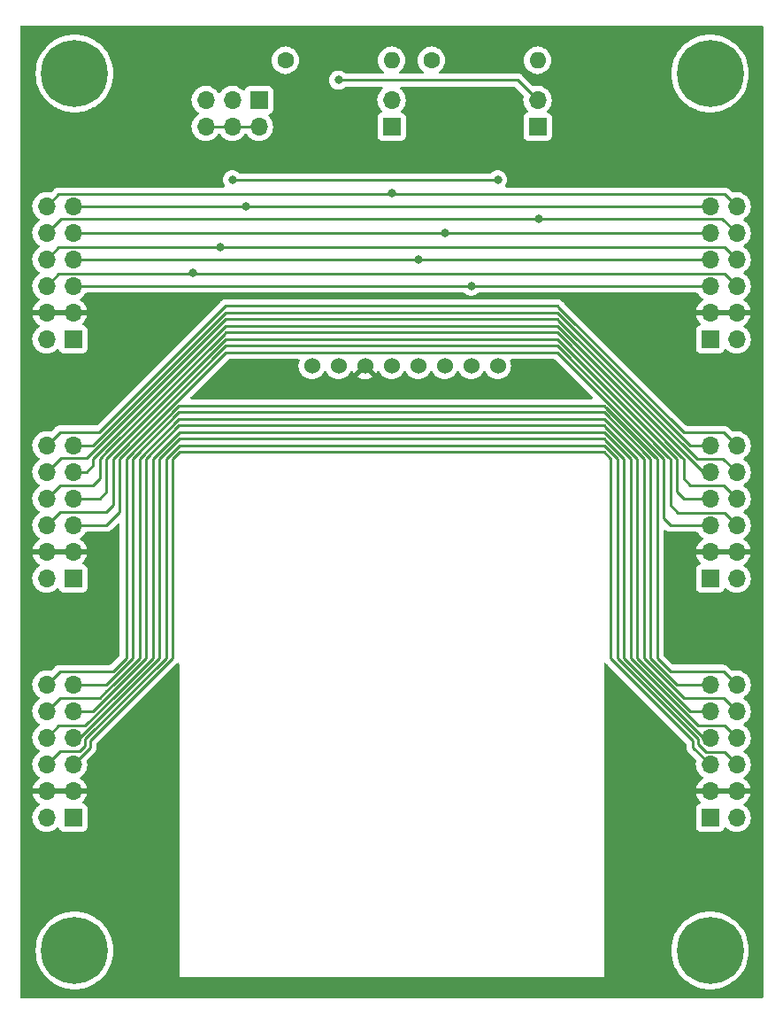
<source format=gbr>
%TF.GenerationSoftware,KiCad,Pcbnew,(6.0.1)*%
%TF.CreationDate,2022-02-02T16:31:25+01:00*%
%TF.ProjectId,modules_board,6d6f6475-6c65-4735-9f62-6f6172642e6b,rev?*%
%TF.SameCoordinates,Original*%
%TF.FileFunction,Copper,L1,Top*%
%TF.FilePolarity,Positive*%
%FSLAX46Y46*%
G04 Gerber Fmt 4.6, Leading zero omitted, Abs format (unit mm)*
G04 Created by KiCad (PCBNEW (6.0.1)) date 2022-02-02 16:31:25*
%MOMM*%
%LPD*%
G01*
G04 APERTURE LIST*
%TA.AperFunction,ComponentPad*%
%ADD10R,1.700000X1.700000*%
%TD*%
%TA.AperFunction,ComponentPad*%
%ADD11O,1.700000X1.700000*%
%TD*%
%TA.AperFunction,ComponentPad*%
%ADD12C,0.800000*%
%TD*%
%TA.AperFunction,ComponentPad*%
%ADD13C,6.400000*%
%TD*%
%TA.AperFunction,ComponentPad*%
%ADD14C,1.524000*%
%TD*%
%TA.AperFunction,ComponentPad*%
%ADD15C,1.600000*%
%TD*%
%TA.AperFunction,ComponentPad*%
%ADD16O,1.600000X1.600000*%
%TD*%
%TA.AperFunction,ViaPad*%
%ADD17C,0.800000*%
%TD*%
%TA.AperFunction,Conductor*%
%ADD18C,0.250000*%
%TD*%
G04 APERTURE END LIST*
D10*
%TO.P,J1,1,Pin_1*%
%TO.N,VCC*%
X63500000Y-119380000D03*
D11*
%TO.P,J1,2,Pin_2*%
X60960000Y-119380000D03*
%TO.P,J1,3,Pin_3*%
%TO.N,GND*%
X63500000Y-116840000D03*
%TO.P,J1,4,Pin_4*%
X60960000Y-116840000D03*
%TO.P,J1,5,Pin_5*%
%TO.N,PMOD_I2C_SDA*%
X63500000Y-114300000D03*
%TO.P,J1,6,Pin_6*%
%TO.N,PMOD_I2C_GPIO4*%
X60960000Y-114300000D03*
%TO.P,J1,7,Pin_7*%
%TO.N,PMOD_I2C_SCL*%
X63500000Y-111760000D03*
%TO.P,J1,8,Pin_8*%
%TO.N,PMOD_I2C_GPIO3*%
X60960000Y-111760000D03*
%TO.P,J1,9,Pin_9*%
%TO.N,PMOD_I2C_RESET*%
X63500000Y-109220000D03*
%TO.P,J1,10,Pin_10*%
%TO.N,PMOD_I2C_GPIO2*%
X60960000Y-109220000D03*
%TO.P,J1,11,Pin_11*%
%TO.N,PMOD_I2C_INT*%
X63500000Y-106680000D03*
%TO.P,J1,12,Pin_12*%
%TO.N,PMOD_I2C_GPIO1*%
X60960000Y-106680000D03*
%TD*%
D10*
%TO.P,J2,1,Pin_1*%
%TO.N,VCC*%
X63500000Y-96520000D03*
D11*
%TO.P,J2,2,Pin_2*%
X60960000Y-96520000D03*
%TO.P,J2,3,Pin_3*%
%TO.N,GND*%
X63500000Y-93980000D03*
%TO.P,J2,4,Pin_4*%
X60960000Y-93980000D03*
%TO.P,J2,5,Pin_5*%
%TO.N,PMOD_UART_RTS*%
X63500000Y-91440000D03*
%TO.P,J2,6,Pin_6*%
%TO.N,PMOD_UART_GPIO4*%
X60960000Y-91440000D03*
%TO.P,J2,7,Pin_7*%
%TO.N,PMOD_UART_RXD*%
X63500000Y-88900000D03*
%TO.P,J2,8,Pin_8*%
%TO.N,PMOD_UART_GPIO3*%
X60960000Y-88900000D03*
%TO.P,J2,9,Pin_9*%
%TO.N,PMOD_UART_TXD*%
X63500000Y-86360000D03*
%TO.P,J2,10,Pin_10*%
%TO.N,PMOD_UART_RESER*%
X60960000Y-86360000D03*
%TO.P,J2,11,Pin_11*%
%TO.N,PMOD_UART_CTS*%
X63500000Y-83820000D03*
%TO.P,J2,12,Pin_12*%
%TO.N,PMOD_UART_INT*%
X60960000Y-83820000D03*
%TD*%
D10*
%TO.P,J3,1,Pin_1*%
%TO.N,VCC*%
X63500000Y-73660000D03*
D11*
%TO.P,J3,2,Pin_2*%
X60960000Y-73660000D03*
%TO.P,J3,3,Pin_3*%
%TO.N,GND*%
X63500000Y-71120000D03*
%TO.P,J3,4,Pin_4*%
X60960000Y-71120000D03*
%TO.P,J3,5,Pin_5*%
%TO.N,PMOD_SPI_SCK*%
X63500000Y-68580000D03*
%TO.P,J3,6,Pin_6*%
%TO.N,PMOD_SPI_CS3*%
X60960000Y-68580000D03*
%TO.P,J3,7,Pin_7*%
%TO.N,PMOD_SPI_MISO*%
X63500000Y-66040000D03*
%TO.P,J3,8,Pin_8*%
%TO.N,PMOD_SPI_CS2*%
X60960000Y-66040000D03*
%TO.P,J3,9,Pin_9*%
%TO.N,PMOD_SPI_MOSI*%
X63500000Y-63500000D03*
%TO.P,J3,10,Pin_10*%
%TO.N,PMOD_SPI_RESET*%
X60960000Y-63500000D03*
%TO.P,J3,11,Pin_11*%
%TO.N,PMOD_SPI_CS*%
X63500000Y-60960000D03*
%TO.P,J3,12,Pin_12*%
%TO.N,PMOD_SPI_INT*%
X60960000Y-60960000D03*
%TD*%
D10*
%TO.P,J7,1,Pin_1*%
%TO.N,VCC*%
X124460000Y-119380000D03*
D11*
%TO.P,J7,2,Pin_2*%
X127000000Y-119380000D03*
%TO.P,J7,3,Pin_3*%
%TO.N,GND*%
X124460000Y-116840000D03*
%TO.P,J7,4,Pin_4*%
X127000000Y-116840000D03*
%TO.P,J7,5,Pin_5*%
%TO.N,PMOD_I2C_SDA*%
X124460000Y-114300000D03*
%TO.P,J7,6,Pin_6*%
%TO.N,PMOD_I2C_GPIO4*%
X127000000Y-114300000D03*
%TO.P,J7,7,Pin_7*%
%TO.N,PMOD_I2C_SCL*%
X124460000Y-111760000D03*
%TO.P,J7,8,Pin_8*%
%TO.N,PMOD_I2C_GPIO3*%
X127000000Y-111760000D03*
%TO.P,J7,9,Pin_9*%
%TO.N,PMOD_I2C_RESET*%
X124460000Y-109220000D03*
%TO.P,J7,10,Pin_10*%
%TO.N,PMOD_I2C_GPIO2*%
X127000000Y-109220000D03*
%TO.P,J7,11,Pin_11*%
%TO.N,PMOD_I2C_INT*%
X124460000Y-106680000D03*
%TO.P,J7,12,Pin_12*%
%TO.N,PMOD_I2C_GPIO1*%
X127000000Y-106680000D03*
%TD*%
D10*
%TO.P,J8,1,Pin_1*%
%TO.N,VCC*%
X124460000Y-96520000D03*
D11*
%TO.P,J8,2,Pin_2*%
X127000000Y-96520000D03*
%TO.P,J8,3,Pin_3*%
%TO.N,GND*%
X124460000Y-93980000D03*
%TO.P,J8,4,Pin_4*%
X127000000Y-93980000D03*
%TO.P,J8,5,Pin_5*%
%TO.N,PMOD_UART_RTS*%
X124460000Y-91440000D03*
%TO.P,J8,6,Pin_6*%
%TO.N,PMOD_UART_GPIO4*%
X127000000Y-91440000D03*
%TO.P,J8,7,Pin_7*%
%TO.N,PMOD_UART_RXD*%
X124460000Y-88900000D03*
%TO.P,J8,8,Pin_8*%
%TO.N,PMOD_UART_GPIO3*%
X127000000Y-88900000D03*
%TO.P,J8,9,Pin_9*%
%TO.N,PMOD_UART_TXD*%
X124460000Y-86360000D03*
%TO.P,J8,10,Pin_10*%
%TO.N,PMOD_UART_RESER*%
X127000000Y-86360000D03*
%TO.P,J8,11,Pin_11*%
%TO.N,PMOD_UART_CTS*%
X124460000Y-83820000D03*
%TO.P,J8,12,Pin_12*%
%TO.N,PMOD_UART_INT*%
X127000000Y-83820000D03*
%TD*%
D10*
%TO.P,J9,1,Pin_1*%
%TO.N,VCC*%
X124460000Y-73660000D03*
D11*
%TO.P,J9,2,Pin_2*%
X127000000Y-73660000D03*
%TO.P,J9,3,Pin_3*%
%TO.N,GND*%
X124460000Y-71120000D03*
%TO.P,J9,4,Pin_4*%
X127000000Y-71120000D03*
%TO.P,J9,5,Pin_5*%
%TO.N,PMOD_SPI_SCK*%
X124460000Y-68580000D03*
%TO.P,J9,6,Pin_6*%
%TO.N,PMOD_SPI_CS3*%
X127000000Y-68580000D03*
%TO.P,J9,7,Pin_7*%
%TO.N,PMOD_SPI_MISO*%
X124460000Y-66040000D03*
%TO.P,J9,8,Pin_8*%
%TO.N,PMOD_SPI_CS2*%
X127000000Y-66040000D03*
%TO.P,J9,9,Pin_9*%
%TO.N,PMOD_SPI_MOSI*%
X124460000Y-63500000D03*
%TO.P,J9,10,Pin_10*%
%TO.N,PMOD_SPI_RESET*%
X127000000Y-63500000D03*
%TO.P,J9,11,Pin_11*%
%TO.N,PMOD_SPI_CS*%
X124460000Y-60960000D03*
%TO.P,J9,12,Pin_12*%
%TO.N,PMOD_SPI_INT*%
X127000000Y-60960000D03*
%TD*%
D12*
%TO.P,H1,1*%
%TO.N,N/C*%
X66040000Y-48260000D03*
X61942944Y-49957056D03*
X63640000Y-45860000D03*
X65337056Y-46562944D03*
X63640000Y-50660000D03*
X61240000Y-48260000D03*
X65337056Y-49957056D03*
D13*
X63640000Y-48260000D03*
D12*
X61942944Y-46562944D03*
%TD*%
D13*
%TO.P,H2,1*%
%TO.N,N/C*%
X63640000Y-132080000D03*
D12*
X63640000Y-134480000D03*
X66040000Y-132080000D03*
X65337056Y-133777056D03*
X61240000Y-132080000D03*
X61942944Y-130382944D03*
X65337056Y-130382944D03*
X63640000Y-129680000D03*
X61942944Y-133777056D03*
%TD*%
%TO.P,H3,1*%
%TO.N,N/C*%
X126860000Y-48260000D03*
D13*
X124460000Y-48260000D03*
D12*
X124460000Y-45860000D03*
X122060000Y-48260000D03*
X126157056Y-46562944D03*
X124460000Y-50660000D03*
X122762944Y-49957056D03*
X122762944Y-46562944D03*
X126157056Y-49957056D03*
%TD*%
%TO.P,H4,1*%
%TO.N,N/C*%
X122762944Y-133777056D03*
X122060000Y-132080000D03*
X122762944Y-130382944D03*
X126157056Y-130382944D03*
X126860000Y-132080000D03*
X124460000Y-134480000D03*
D13*
X124460000Y-132080000D03*
D12*
X126157056Y-133777056D03*
X124460000Y-129680000D03*
%TD*%
D14*
%TO.P,U1,1,VCC*%
%TO.N,VCC*%
X86360000Y-76200000D03*
%TO.P,U1,2,~{RST}*%
%TO.N,RESET*%
X88900000Y-76200000D03*
%TO.P,U1,3,GND*%
%TO.N,GND*%
X91440000Y-76200000D03*
%TO.P,U1,4,INT*%
%TO.N,INT*%
X93980000Y-76200000D03*
%TO.P,U1,5,MISO*%
%TO.N,PMOD_SPI_MISO*%
X96520000Y-76200000D03*
%TO.P,U1,6,MOSI*%
%TO.N,PMOD_SPI_MOSI*%
X99060000Y-76200000D03*
%TO.P,U1,7,SCK*%
%TO.N,PMOD_SPI_SCK*%
X101600000Y-76200000D03*
%TO.P,U1,8,~{CS}*%
%TO.N,CS*%
X104140000Y-76200000D03*
%TD*%
D10*
%TO.P,J4,1,Pin_1*%
%TO.N,PMOD_SPI_CS*%
X81280000Y-50800000D03*
D11*
%TO.P,J4,2,Pin_2*%
%TO.N,CS*%
X81280000Y-53340000D03*
%TO.P,J4,3,Pin_3*%
%TO.N,PMOD_SPI_CS2*%
X78740000Y-50800000D03*
%TO.P,J4,4,Pin_4*%
%TO.N,CS*%
X78740000Y-53340000D03*
%TO.P,J4,5,Pin_5*%
%TO.N,PMOD_SPI_CS3*%
X76200000Y-50800000D03*
%TO.P,J4,6,Pin_6*%
%TO.N,CS*%
X76200000Y-53340000D03*
%TD*%
D10*
%TO.P,J10,1,Pin_1*%
%TO.N,PMOD_SPI_RESET*%
X107950000Y-53340000D03*
D11*
%TO.P,J10,2,Pin_2*%
%TO.N,RESET*%
X107950000Y-50800000D03*
%TD*%
D10*
%TO.P,J11,1,Pin_1*%
%TO.N,PMOD_SPI_INT*%
X93980000Y-53340000D03*
D11*
%TO.P,J11,2,Pin_2*%
%TO.N,INT*%
X93980000Y-50800000D03*
%TD*%
D15*
%TO.P,R2,1*%
%TO.N,VCC*%
X83820000Y-46990000D03*
D16*
%TO.P,R2,2*%
%TO.N,INT*%
X93980000Y-46990000D03*
%TD*%
D15*
%TO.P,R1,1*%
%TO.N,VCC*%
X97790000Y-46990000D03*
D16*
%TO.P,R1,2*%
%TO.N,RESET*%
X107950000Y-46990000D03*
%TD*%
D17*
%TO.N,GND*%
X106680000Y-76200000D03*
X118745000Y-76200000D03*
%TO.N,PMOD_SPI_INT*%
X93980000Y-59690000D03*
%TO.N,PMOD_SPI_CS*%
X80010000Y-60960000D03*
%TO.N,PMOD_SPI_RESET*%
X108045489Y-62134511D03*
%TO.N,PMOD_SPI_MOSI*%
X99060000Y-63500000D03*
%TO.N,PMOD_SPI_CS2*%
X77565489Y-64865489D03*
%TO.N,PMOD_SPI_MISO*%
X96520000Y-66040000D03*
%TO.N,PMOD_SPI_CS3*%
X74930000Y-67310000D03*
%TO.N,PMOD_SPI_SCK*%
X101600000Y-68580000D03*
%TO.N,CS*%
X104140000Y-58420000D03*
X78740000Y-58420000D03*
%TO.N,RESET*%
X88900000Y-48895000D03*
%TD*%
D18*
%TO.N,PMOD_UART_INT*%
X125730000Y-82550000D02*
X127000000Y-83820000D01*
X78083850Y-70485000D02*
X109855000Y-70485000D01*
X109855000Y-70485000D02*
X110039990Y-70669990D01*
X62240575Y-82539425D02*
X66029425Y-82539425D01*
X60960000Y-83820000D02*
X62240575Y-82539425D01*
X66029425Y-82539425D02*
X78083850Y-70485000D01*
X121941150Y-82550000D02*
X125730000Y-82550000D01*
X110039990Y-70669990D02*
X110061141Y-70669991D01*
X110061141Y-70669991D02*
X121941150Y-82550000D01*
%TO.N,PMOD_UART_CTS*%
X77920009Y-71304991D02*
X77900269Y-71304991D01*
X109874740Y-71120000D02*
X78105000Y-71120000D01*
X122574740Y-83820000D02*
X109874740Y-71120000D01*
X65385260Y-83820000D02*
X63500000Y-83820000D01*
X77900269Y-71304991D02*
X65385260Y-83820000D01*
X78105000Y-71120000D02*
X77920009Y-71304991D01*
X124460000Y-83820000D02*
X122574740Y-83820000D01*
%TO.N,PMOD_UART_RESER*%
X110039990Y-71939990D02*
X110058321Y-71939991D01*
X64846669Y-84995001D02*
X78086670Y-71755000D01*
X125720835Y-85080835D02*
X127000000Y-86360000D01*
X78086670Y-71755000D02*
X109855000Y-71755000D01*
X60960000Y-86360000D02*
X62324999Y-84995001D01*
X62324999Y-84995001D02*
X64846669Y-84995001D01*
X110058321Y-71939991D02*
X123199165Y-85080835D01*
X109855000Y-71755000D02*
X110039990Y-71939990D01*
X123199165Y-85080835D02*
X125720835Y-85080835D01*
%TO.N,PMOD_UART_TXD*%
X65405000Y-85073080D02*
X78088080Y-72390000D01*
X123841920Y-86360000D02*
X124460000Y-86360000D01*
X78088080Y-72390000D02*
X109871920Y-72390000D01*
X65405000Y-85725000D02*
X65405000Y-85073080D01*
X109871920Y-72390000D02*
X123841920Y-86360000D01*
X63500000Y-86360000D02*
X64770000Y-86360000D01*
X64770000Y-86360000D02*
X65405000Y-85725000D01*
%TO.N,PMOD_UART_GPIO3*%
X122555000Y-87630000D02*
X121920000Y-86995000D01*
X77904499Y-73209991D02*
X77920009Y-73209991D01*
X66040000Y-85074490D02*
X66224991Y-84889499D01*
X77920009Y-73209991D02*
X78105000Y-73025000D01*
X121920000Y-86995000D02*
X121920000Y-85090000D01*
X121920000Y-85090000D02*
X121735010Y-84905010D01*
X66224991Y-84889499D02*
X66667245Y-84447245D01*
X78105000Y-73025000D02*
X80010000Y-73025000D01*
X125730000Y-87630000D02*
X122555000Y-87630000D01*
X66667245Y-84447245D02*
X77904499Y-73209991D01*
X80010000Y-73025000D02*
X80645000Y-73025000D01*
X127000000Y-88900000D02*
X125730000Y-87630000D01*
X121735009Y-84889499D02*
X109870510Y-73025000D01*
X66040000Y-86995000D02*
X66040000Y-85074490D01*
X109870510Y-73025000D02*
X80010000Y-73025000D01*
X65405000Y-87630000D02*
X66040000Y-86995000D01*
X121735010Y-84905010D02*
X121735009Y-84889499D01*
X60960000Y-88900000D02*
X62230000Y-87630000D01*
X62230000Y-87630000D02*
X65405000Y-87630000D01*
%TO.N,PMOD_UART_RXD*%
X66675000Y-88265000D02*
X66675000Y-85075900D01*
X66675000Y-85075900D02*
X78090900Y-73660000D01*
X66040000Y-88900000D02*
X66675000Y-88265000D01*
X121285000Y-85075900D02*
X121285000Y-88265000D01*
X109855000Y-73660000D02*
X110039990Y-73844990D01*
X121920000Y-88900000D02*
X124460000Y-88900000D01*
X78090900Y-73660000D02*
X109855000Y-73660000D01*
X63500000Y-88900000D02*
X66040000Y-88900000D01*
X121285000Y-88265000D02*
X121920000Y-88900000D01*
X110054091Y-73844991D02*
X121285000Y-85075900D01*
X110039990Y-73844990D02*
X110054091Y-73844991D01*
%TO.N,PMOD_UART_GPIO4*%
X120465010Y-84905010D02*
X120465009Y-84892319D01*
X67494991Y-84892319D02*
X67494990Y-84905010D01*
X62230000Y-90170000D02*
X60960000Y-91440000D01*
X78092310Y-74295000D02*
X67494991Y-84892319D01*
X120650000Y-85090000D02*
X120465010Y-84905010D01*
X120650000Y-89535000D02*
X120650000Y-85090000D01*
X121379999Y-90264999D02*
X120650000Y-89535000D01*
X66675000Y-90170000D02*
X62230000Y-90170000D01*
X120465009Y-84892319D02*
X109867690Y-74295000D01*
X67310000Y-85090000D02*
X67310000Y-89535000D01*
X109867690Y-74295000D02*
X78092310Y-74295000D01*
X67494990Y-84905010D02*
X67310000Y-85090000D01*
X125824999Y-90264999D02*
X121379999Y-90264999D01*
X127000000Y-91440000D02*
X125824999Y-90264999D01*
X67310000Y-89535000D02*
X66675000Y-90170000D01*
%TO.N,PMOD_UART_RTS*%
X109866280Y-74930000D02*
X120015000Y-85078720D01*
X80645000Y-74930000D02*
X80010000Y-74930000D01*
X80645000Y-74930000D02*
X109866280Y-74930000D01*
X66675000Y-91440000D02*
X67945000Y-90170000D01*
X120015000Y-85078720D02*
X120015000Y-90805000D01*
X78093720Y-74930000D02*
X80645000Y-74930000D01*
X67945000Y-85078720D02*
X78093720Y-74930000D01*
X120650000Y-91440000D02*
X124460000Y-91440000D01*
X120015000Y-90805000D02*
X120650000Y-91440000D01*
X63500000Y-91440000D02*
X66675000Y-91440000D01*
X67945000Y-90170000D02*
X67945000Y-85078720D01*
%TO.N,PMOD_SPI_INT*%
X60960000Y-60960000D02*
X62134511Y-59785489D01*
X125825489Y-59785489D02*
X127000000Y-60960000D01*
X62134511Y-59785489D02*
X125825489Y-59785489D01*
%TO.N,PMOD_SPI_CS*%
X80010000Y-60960000D02*
X124460000Y-60960000D01*
X63500000Y-60960000D02*
X80010000Y-60960000D01*
%TO.N,PMOD_SPI_RESET*%
X108045489Y-62134511D02*
X125634511Y-62134511D01*
X125634511Y-62134511D02*
X127000000Y-63500000D01*
X60960000Y-63500000D02*
X62325489Y-62134511D01*
X62325489Y-62134511D02*
X108045489Y-62134511D01*
%TO.N,PMOD_SPI_MOSI*%
X99060000Y-63500000D02*
X124460000Y-63500000D01*
X63500000Y-63500000D02*
X99060000Y-63500000D01*
%TO.N,PMOD_SPI_CS2*%
X77565489Y-64865489D02*
X62134511Y-64865489D01*
X62134511Y-64865489D02*
X60960000Y-66040000D01*
X125825489Y-64865489D02*
X77565489Y-64865489D01*
X127000000Y-66040000D02*
X125825489Y-64865489D01*
%TO.N,PMOD_SPI_MISO*%
X96520000Y-66040000D02*
X124460000Y-66040000D01*
X63500000Y-66040000D02*
X96520000Y-66040000D01*
%TO.N,PMOD_SPI_CS3*%
X125825489Y-67405489D02*
X127000000Y-68580000D01*
X60960000Y-68580000D02*
X62134511Y-67405489D01*
X62134511Y-67405489D02*
X125825489Y-67405489D01*
%TO.N,PMOD_SPI_SCK*%
X63500000Y-68580000D02*
X124460000Y-68580000D01*
%TO.N,PMOD_I2C_GPIO1*%
X68580000Y-104137180D02*
X68580000Y-85080130D01*
X60960000Y-106680000D02*
X62230000Y-105410000D01*
X119195715Y-84895845D02*
X114622435Y-80322565D01*
X114622435Y-80322565D02*
X114494860Y-80194990D01*
X67307180Y-105410000D02*
X68580000Y-104137180D01*
X120651410Y-105408590D02*
X119380000Y-104137180D01*
X119380000Y-104137180D02*
X119380000Y-102870000D01*
X119380000Y-85090000D02*
X119380000Y-85080130D01*
X119380000Y-102870000D02*
X119380000Y-85090000D01*
X73650130Y-80010000D02*
X114309870Y-80010000D01*
X114309870Y-80010000D02*
X114622435Y-80322565D01*
X125728590Y-105408590D02*
X120651410Y-105408590D01*
X127000000Y-106680000D02*
X125728590Y-105408590D01*
X68580000Y-85080130D02*
X73650130Y-80010000D01*
X62230000Y-105410000D02*
X67307180Y-105410000D01*
X119380000Y-85080130D02*
X114494860Y-80194990D01*
%TO.N,PMOD_I2C_INT*%
X69399991Y-84896549D02*
X69399990Y-84905010D01*
X69399990Y-84905010D02*
X69215000Y-85090000D01*
X118560009Y-84896549D02*
X114308460Y-80645000D01*
X118745705Y-104139295D02*
X118745705Y-85090705D01*
X67308590Y-106045000D02*
X67307180Y-106045000D01*
X69215000Y-85090000D02*
X69215000Y-104138590D01*
X66672180Y-106680000D02*
X63500000Y-106680000D01*
X118745705Y-104139295D02*
X118745000Y-104138590D01*
X69215000Y-104138590D02*
X67308590Y-106045000D01*
X114308460Y-80645000D02*
X73651540Y-80645000D01*
X124460000Y-106680000D02*
X121286410Y-106680000D01*
X67307180Y-106045000D02*
X66672180Y-106680000D01*
X121286410Y-106680000D02*
X118745705Y-104139295D01*
X118560010Y-84905010D02*
X118560009Y-84896549D01*
X118745705Y-85090705D02*
X118560010Y-84905010D01*
X73651540Y-80645000D02*
X69399991Y-84896549D01*
%TO.N,PMOD_I2C_GPIO2*%
X114307050Y-81280000D02*
X118110000Y-85082950D01*
X67310001Y-106679999D02*
X69850000Y-104140000D01*
X118110000Y-104140000D02*
X118110000Y-102870000D01*
X121920000Y-107950000D02*
X118110000Y-104140000D01*
X125730000Y-107950000D02*
X121920000Y-107950000D01*
X66039295Y-107949295D02*
X66674295Y-107314295D01*
X74295000Y-81280000D02*
X114300000Y-81280000D01*
X69850000Y-104140000D02*
X69850000Y-86360000D01*
X62230705Y-107949295D02*
X66039295Y-107949295D01*
X67308591Y-106679999D02*
X67310001Y-106679999D01*
X69850000Y-85090000D02*
X69850000Y-85082950D01*
X66674295Y-107314295D02*
X67308591Y-106679999D01*
X114300000Y-81280000D02*
X114307050Y-81280000D01*
X73652950Y-81280000D02*
X74295000Y-81280000D01*
X118110000Y-85082950D02*
X118110000Y-103505000D01*
X69850000Y-86360000D02*
X69850000Y-85090000D01*
X69850000Y-85082950D02*
X73652950Y-81280000D01*
X60960000Y-109220000D02*
X62230705Y-107949295D01*
X127000000Y-109220000D02*
X125730000Y-107950000D01*
%TO.N,PMOD_I2C_RESET*%
X67499221Y-107130009D02*
X67494991Y-107130009D01*
X114300000Y-81915000D02*
X73654360Y-81915000D01*
X73654360Y-81915000D02*
X70485000Y-85084360D01*
X67494991Y-107130009D02*
X65405000Y-109220000D01*
X117475000Y-85084360D02*
X114490631Y-82099991D01*
X117475000Y-104141410D02*
X117475000Y-85084360D01*
X70485000Y-104140000D02*
X70300010Y-104324990D01*
X70300009Y-104329221D02*
X67499221Y-107130009D01*
X122553590Y-109220000D02*
X117475000Y-104141410D01*
X70485000Y-85084360D02*
X70485000Y-104140000D01*
X65405000Y-109220000D02*
X63500000Y-109220000D01*
X124460000Y-109220000D02*
X122553590Y-109220000D01*
X70300010Y-104324990D02*
X70300009Y-104329221D01*
X114484990Y-82099990D02*
X114300000Y-81915000D01*
X114490631Y-82099991D02*
X114484990Y-82099990D01*
%TO.N,PMOD_I2C_GPIO3*%
X64676411Y-110584999D02*
X67681392Y-107580018D01*
X125824999Y-110584999D02*
X127000000Y-111760000D01*
X71120000Y-85090000D02*
X71304990Y-84905010D01*
X67681392Y-107580018D02*
X67685622Y-107580018D01*
X73655770Y-82550000D02*
X114304230Y-82550000D01*
X67685622Y-107580018D02*
X71120000Y-104145640D01*
X71120000Y-104145640D02*
X71120000Y-85090000D01*
X123282179Y-110584999D02*
X125824999Y-110584999D01*
X71304991Y-84900779D02*
X73655770Y-82550000D01*
X116840000Y-85085770D02*
X116840000Y-104142820D01*
X62135001Y-110584999D02*
X64676411Y-110584999D01*
X114304230Y-82550000D02*
X116840000Y-85085770D01*
X116840000Y-104142820D02*
X123282179Y-110584999D01*
X71304990Y-84905010D02*
X71304991Y-84900779D01*
X60960000Y-111760000D02*
X62135001Y-110584999D01*
%TO.N,PMOD_I2C_SCL*%
X116205000Y-85087180D02*
X114487811Y-83369991D01*
X71755000Y-104140000D02*
X71570010Y-104324990D01*
X71755000Y-85087180D02*
X71755000Y-104140000D01*
X73657180Y-83185000D02*
X71755000Y-85087180D01*
X114484990Y-83369990D02*
X114300000Y-83185000D01*
X71570010Y-104324990D02*
X71570009Y-104332041D01*
X124460000Y-111760000D02*
X123820770Y-111760000D01*
X116205000Y-104140000D02*
X116205000Y-85087180D01*
X123820770Y-111760000D02*
X116389991Y-104329221D01*
X116389990Y-104324990D02*
X116205000Y-104140000D01*
X71570009Y-104332041D02*
X64142050Y-111760000D01*
X64142050Y-111760000D02*
X63500000Y-111760000D01*
X114300000Y-83185000D02*
X73657180Y-83185000D01*
X116389991Y-104329221D02*
X116389990Y-104324990D01*
X114487811Y-83369991D02*
X114484990Y-83369990D01*
%TO.N,PMOD_I2C_GPIO4*%
X72574990Y-84905010D02*
X72390000Y-85090000D01*
X64140640Y-113024360D02*
X64140640Y-113030000D01*
X114301410Y-83820000D02*
X73658590Y-83820000D01*
X115570000Y-85088590D02*
X114301410Y-83820000D01*
X124085997Y-113124999D02*
X123284999Y-112324001D01*
X115570000Y-104145640D02*
X115570000Y-85088590D01*
X72574991Y-84903599D02*
X72574990Y-84905010D01*
X72390000Y-85090000D02*
X72390000Y-104148460D01*
X64675001Y-111863459D02*
X64675001Y-112489999D01*
X64675001Y-112489999D02*
X64140640Y-113024360D01*
X127000000Y-114300000D02*
X125824999Y-113124999D01*
X123284999Y-112324001D02*
X123284999Y-111860639D01*
X73658590Y-83820000D02*
X72574991Y-84903599D01*
X125824999Y-113124999D02*
X124085997Y-113124999D01*
X72390000Y-104148460D02*
X64675001Y-111863459D01*
X123284999Y-111860639D02*
X115570000Y-104145640D01*
X62230000Y-113030000D02*
X60960000Y-114300000D01*
X64140640Y-113030000D02*
X62230000Y-113030000D01*
%TO.N,PMOD_I2C_SDA*%
X72840009Y-104334861D02*
X65125011Y-112049859D01*
X114935000Y-85090000D02*
X114935000Y-104140000D01*
X115119991Y-104332041D02*
X122834989Y-112047039D01*
X65125011Y-112049859D02*
X65125011Y-112682039D01*
X114935000Y-104140000D02*
X115119990Y-104324990D01*
X73660000Y-84455000D02*
X74930000Y-84455000D01*
X74930000Y-84455000D02*
X75565000Y-84455000D01*
X65125011Y-112682039D02*
X63507050Y-114300000D01*
X122834989Y-112674989D02*
X124460000Y-114300000D01*
X74930000Y-84455000D02*
X114300000Y-84455000D01*
X72840010Y-104324990D02*
X72840009Y-104334861D01*
X73025000Y-85265364D02*
X73025000Y-85090000D01*
X73025000Y-85090000D02*
X73660000Y-84455000D01*
X115119990Y-104324990D02*
X115119991Y-104332041D01*
X114300000Y-84455000D02*
X114935000Y-85090000D01*
X73025000Y-85090000D02*
X73025000Y-104140000D01*
X122834989Y-112047039D02*
X122834989Y-112674989D01*
X73025000Y-104140000D02*
X72840010Y-104324990D01*
X63507050Y-114300000D02*
X63500000Y-114300000D01*
%TO.N,CS*%
X104140000Y-58420000D02*
X78740000Y-58420000D01*
X76200000Y-53340000D02*
X81280000Y-53340000D01*
%TO.N,RESET*%
X88900000Y-48895000D02*
X106045000Y-48895000D01*
X106045000Y-48895000D02*
X107950000Y-50800000D01*
%TD*%
%TA.AperFunction,Conductor*%
%TO.N,GND*%
G36*
X129482121Y-43708002D02*
G01*
X129528614Y-43761658D01*
X129540000Y-43814000D01*
X129540000Y-136526000D01*
X129519998Y-136594121D01*
X129466342Y-136640614D01*
X129414000Y-136652000D01*
X58546000Y-136652000D01*
X58477879Y-136631998D01*
X58431386Y-136578342D01*
X58420000Y-136526000D01*
X58420000Y-132080000D01*
X59926411Y-132080000D01*
X59946754Y-132468176D01*
X60007562Y-132852099D01*
X60108167Y-133227562D01*
X60247468Y-133590453D01*
X60423938Y-133936794D01*
X60635643Y-134262793D01*
X60880266Y-134564876D01*
X61155124Y-134839734D01*
X61457207Y-135084357D01*
X61783205Y-135296062D01*
X61786139Y-135297557D01*
X61786146Y-135297561D01*
X62126607Y-135471034D01*
X62129547Y-135472532D01*
X62492438Y-135611833D01*
X62867901Y-135712438D01*
X63071793Y-135744732D01*
X63248576Y-135772732D01*
X63248584Y-135772733D01*
X63251824Y-135773246D01*
X63640000Y-135793589D01*
X64028176Y-135773246D01*
X64031416Y-135772733D01*
X64031424Y-135772732D01*
X64208207Y-135744732D01*
X64412099Y-135712438D01*
X64787562Y-135611833D01*
X65150453Y-135472532D01*
X65153393Y-135471034D01*
X65493854Y-135297561D01*
X65493861Y-135297557D01*
X65496795Y-135296062D01*
X65822793Y-135084357D01*
X66124876Y-134839734D01*
X66399734Y-134564876D01*
X66644357Y-134262793D01*
X66856062Y-133936794D01*
X67032532Y-133590453D01*
X67171833Y-133227562D01*
X67272438Y-132852099D01*
X67333246Y-132468176D01*
X67353589Y-132080000D01*
X67333246Y-131691824D01*
X67272438Y-131307901D01*
X67171833Y-130932438D01*
X67032532Y-130569547D01*
X66856062Y-130223206D01*
X66644357Y-129897207D01*
X66399734Y-129595124D01*
X66124876Y-129320266D01*
X65822793Y-129075643D01*
X65496795Y-128863938D01*
X65493861Y-128862443D01*
X65493854Y-128862439D01*
X65153393Y-128688966D01*
X65150453Y-128687468D01*
X64787562Y-128548167D01*
X64412099Y-128447562D01*
X64208207Y-128415268D01*
X64031424Y-128387268D01*
X64031416Y-128387267D01*
X64028176Y-128386754D01*
X63640000Y-128366411D01*
X63251824Y-128386754D01*
X63248584Y-128387267D01*
X63248576Y-128387268D01*
X63071793Y-128415268D01*
X62867901Y-128447562D01*
X62492438Y-128548167D01*
X62129547Y-128687468D01*
X62126607Y-128688966D01*
X61786147Y-128862439D01*
X61786140Y-128862443D01*
X61783206Y-128863938D01*
X61457207Y-129075643D01*
X61155124Y-129320266D01*
X60880266Y-129595124D01*
X60635643Y-129897207D01*
X60423938Y-130223206D01*
X60247468Y-130569547D01*
X60108167Y-130932438D01*
X60007562Y-131307901D01*
X59946754Y-131691824D01*
X59926411Y-132080000D01*
X58420000Y-132080000D01*
X58420000Y-119346695D01*
X59597251Y-119346695D01*
X59597548Y-119351848D01*
X59597548Y-119351851D01*
X59603011Y-119446590D01*
X59610110Y-119569715D01*
X59611247Y-119574761D01*
X59611248Y-119574767D01*
X59631119Y-119662939D01*
X59659222Y-119787639D01*
X59743266Y-119994616D01*
X59859987Y-120185088D01*
X60006250Y-120353938D01*
X60178126Y-120496632D01*
X60371000Y-120609338D01*
X60579692Y-120689030D01*
X60584760Y-120690061D01*
X60584763Y-120690062D01*
X60692017Y-120711883D01*
X60798597Y-120733567D01*
X60803772Y-120733757D01*
X60803774Y-120733757D01*
X61016673Y-120741564D01*
X61016677Y-120741564D01*
X61021837Y-120741753D01*
X61026957Y-120741097D01*
X61026959Y-120741097D01*
X61238288Y-120714025D01*
X61238289Y-120714025D01*
X61243416Y-120713368D01*
X61248366Y-120711883D01*
X61452429Y-120650661D01*
X61452434Y-120650659D01*
X61457384Y-120649174D01*
X61657994Y-120550896D01*
X61839860Y-120421173D01*
X61948091Y-120313319D01*
X62010462Y-120279404D01*
X62081268Y-120284592D01*
X62138030Y-120327238D01*
X62155012Y-120358341D01*
X62177201Y-120417529D01*
X62199385Y-120476705D01*
X62286739Y-120593261D01*
X62403295Y-120680615D01*
X62539684Y-120731745D01*
X62601866Y-120738500D01*
X64398134Y-120738500D01*
X64460316Y-120731745D01*
X64596705Y-120680615D01*
X64713261Y-120593261D01*
X64800615Y-120476705D01*
X64851745Y-120340316D01*
X64858500Y-120278134D01*
X64858500Y-118481866D01*
X64851745Y-118419684D01*
X64800615Y-118283295D01*
X64713261Y-118166739D01*
X64596705Y-118079385D01*
X64477687Y-118034767D01*
X64420923Y-117992125D01*
X64396223Y-117925564D01*
X64411430Y-117856215D01*
X64432977Y-117827535D01*
X64534052Y-117726812D01*
X64540730Y-117718965D01*
X64665003Y-117546020D01*
X64670313Y-117537183D01*
X64764670Y-117346267D01*
X64768469Y-117336672D01*
X64830377Y-117132910D01*
X64832555Y-117122837D01*
X64833986Y-117111962D01*
X64831775Y-117097778D01*
X64818617Y-117094000D01*
X59643225Y-117094000D01*
X59629694Y-117097973D01*
X59628257Y-117107966D01*
X59658565Y-117242446D01*
X59661645Y-117252275D01*
X59741770Y-117449603D01*
X59746413Y-117458794D01*
X59857694Y-117640388D01*
X59863777Y-117648699D01*
X60003213Y-117809667D01*
X60010580Y-117816883D01*
X60174434Y-117952916D01*
X60182881Y-117958831D01*
X60251969Y-117999203D01*
X60300693Y-118050842D01*
X60313764Y-118120625D01*
X60287033Y-118186396D01*
X60246584Y-118219752D01*
X60233607Y-118226507D01*
X60229474Y-118229610D01*
X60229471Y-118229612D01*
X60059100Y-118357530D01*
X60054965Y-118360635D01*
X60015525Y-118401907D01*
X59943729Y-118477037D01*
X59900629Y-118522138D01*
X59774743Y-118706680D01*
X59680688Y-118909305D01*
X59620989Y-119124570D01*
X59597251Y-119346695D01*
X58420000Y-119346695D01*
X58420000Y-114266695D01*
X59597251Y-114266695D01*
X59597548Y-114271848D01*
X59597548Y-114271851D01*
X59603011Y-114366590D01*
X59610110Y-114489715D01*
X59611247Y-114494761D01*
X59611248Y-114494767D01*
X59631119Y-114582939D01*
X59659222Y-114707639D01*
X59743266Y-114914616D01*
X59794019Y-114997438D01*
X59857291Y-115100688D01*
X59859987Y-115105088D01*
X60006250Y-115273938D01*
X60178126Y-115416632D01*
X60251955Y-115459774D01*
X60300679Y-115511412D01*
X60313750Y-115581195D01*
X60287019Y-115646967D01*
X60246562Y-115680327D01*
X60238457Y-115684546D01*
X60229738Y-115690036D01*
X60059433Y-115817905D01*
X60051726Y-115824748D01*
X59904590Y-115978717D01*
X59898104Y-115986727D01*
X59778098Y-116162649D01*
X59773000Y-116171623D01*
X59683338Y-116364783D01*
X59679775Y-116374470D01*
X59624389Y-116574183D01*
X59625912Y-116582607D01*
X59638292Y-116586000D01*
X64818344Y-116586000D01*
X64831875Y-116582027D01*
X64833180Y-116572947D01*
X64791214Y-116405875D01*
X64787894Y-116396124D01*
X64702972Y-116200814D01*
X64698105Y-116191739D01*
X64582426Y-116012926D01*
X64576136Y-116004757D01*
X64432806Y-115847240D01*
X64425273Y-115840215D01*
X64258139Y-115708222D01*
X64249556Y-115702520D01*
X64212602Y-115682120D01*
X64162631Y-115631687D01*
X64147859Y-115562245D01*
X64172975Y-115495839D01*
X64200327Y-115469232D01*
X64223797Y-115452491D01*
X64379860Y-115341173D01*
X64538096Y-115183489D01*
X64597594Y-115100689D01*
X64665435Y-115006277D01*
X64668453Y-115002077D01*
X64689320Y-114959857D01*
X64765136Y-114806453D01*
X64765137Y-114806451D01*
X64767430Y-114801811D01*
X64832370Y-114588069D01*
X64861529Y-114366590D01*
X64863156Y-114300000D01*
X64844852Y-114077361D01*
X64818236Y-113971400D01*
X64821040Y-113900459D01*
X64851345Y-113851609D01*
X65517258Y-113185696D01*
X65525548Y-113178152D01*
X65532029Y-113174039D01*
X65578670Y-113124371D01*
X65581424Y-113121530D01*
X65601145Y-113101809D01*
X65603623Y-113098614D01*
X65611329Y-113089592D01*
X65636169Y-113063140D01*
X65641597Y-113057360D01*
X65651357Y-113039607D01*
X65662210Y-113023084D01*
X65669764Y-113013345D01*
X65674624Y-113007080D01*
X65692187Y-112966496D01*
X65697394Y-112955866D01*
X65718706Y-112917099D01*
X65720677Y-112909422D01*
X65720679Y-112909417D01*
X65723743Y-112897481D01*
X65730149Y-112878769D01*
X65735045Y-112867456D01*
X65738192Y-112860184D01*
X65741206Y-112841159D01*
X65745108Y-112816520D01*
X65747515Y-112804899D01*
X65756539Y-112769750D01*
X65756539Y-112769749D01*
X65758511Y-112762069D01*
X65758511Y-112741808D01*
X65760062Y-112722097D01*
X65760588Y-112718780D01*
X65763230Y-112702096D01*
X65759070Y-112658085D01*
X65758511Y-112646228D01*
X65758511Y-112364453D01*
X65778513Y-112296332D01*
X65795416Y-112275358D01*
X69499283Y-108571492D01*
X73232269Y-104838506D01*
X73240519Y-104831000D01*
X73246977Y-104826902D01*
X73293636Y-104777225D01*
X73296382Y-104774393D01*
X73316144Y-104754631D01*
X73318611Y-104751451D01*
X73326307Y-104742442D01*
X73356557Y-104710234D01*
X73360379Y-104703284D01*
X73361891Y-104701203D01*
X73374725Y-104686179D01*
X73417247Y-104643657D01*
X73425537Y-104636113D01*
X73432018Y-104632000D01*
X73442149Y-104621211D01*
X73503360Y-104585245D01*
X73574300Y-104588082D01*
X73632445Y-104628821D01*
X73659334Y-104694528D01*
X73660000Y-104707463D01*
X73660000Y-134620000D01*
X114300000Y-134620000D01*
X114300000Y-132080000D01*
X120746411Y-132080000D01*
X120766754Y-132468176D01*
X120827562Y-132852099D01*
X120928167Y-133227562D01*
X121067468Y-133590453D01*
X121243938Y-133936794D01*
X121455643Y-134262793D01*
X121700266Y-134564876D01*
X121975124Y-134839734D01*
X122277207Y-135084357D01*
X122603205Y-135296062D01*
X122606139Y-135297557D01*
X122606146Y-135297561D01*
X122946607Y-135471034D01*
X122949547Y-135472532D01*
X123312438Y-135611833D01*
X123687901Y-135712438D01*
X123891793Y-135744732D01*
X124068576Y-135772732D01*
X124068584Y-135772733D01*
X124071824Y-135773246D01*
X124460000Y-135793589D01*
X124848176Y-135773246D01*
X124851416Y-135772733D01*
X124851424Y-135772732D01*
X125028207Y-135744732D01*
X125232099Y-135712438D01*
X125607562Y-135611833D01*
X125970453Y-135472532D01*
X125973393Y-135471034D01*
X126313854Y-135297561D01*
X126313861Y-135297557D01*
X126316795Y-135296062D01*
X126642793Y-135084357D01*
X126944876Y-134839734D01*
X127219734Y-134564876D01*
X127464357Y-134262793D01*
X127676062Y-133936794D01*
X127852532Y-133590453D01*
X127991833Y-133227562D01*
X128092438Y-132852099D01*
X128153246Y-132468176D01*
X128173589Y-132080000D01*
X128153246Y-131691824D01*
X128092438Y-131307901D01*
X127991833Y-130932438D01*
X127852532Y-130569547D01*
X127676062Y-130223206D01*
X127464357Y-129897207D01*
X127219734Y-129595124D01*
X126944876Y-129320266D01*
X126642793Y-129075643D01*
X126316795Y-128863938D01*
X126313861Y-128862443D01*
X126313854Y-128862439D01*
X125973393Y-128688966D01*
X125970453Y-128687468D01*
X125607562Y-128548167D01*
X125232099Y-128447562D01*
X125028207Y-128415268D01*
X124851424Y-128387268D01*
X124851416Y-128387267D01*
X124848176Y-128386754D01*
X124460000Y-128366411D01*
X124071824Y-128386754D01*
X124068584Y-128387267D01*
X124068576Y-128387268D01*
X123891793Y-128415268D01*
X123687901Y-128447562D01*
X123312438Y-128548167D01*
X122949547Y-128687468D01*
X122946607Y-128688966D01*
X122606147Y-128862439D01*
X122606140Y-128862443D01*
X122603206Y-128863938D01*
X122277207Y-129075643D01*
X121975124Y-129320266D01*
X121700266Y-129595124D01*
X121455643Y-129897207D01*
X121243938Y-130223206D01*
X121067468Y-130569547D01*
X120928167Y-130932438D01*
X120827562Y-131307901D01*
X120766754Y-131691824D01*
X120746411Y-132080000D01*
X114300000Y-132080000D01*
X114300000Y-120278134D01*
X123101500Y-120278134D01*
X123108255Y-120340316D01*
X123159385Y-120476705D01*
X123246739Y-120593261D01*
X123363295Y-120680615D01*
X123499684Y-120731745D01*
X123561866Y-120738500D01*
X125358134Y-120738500D01*
X125420316Y-120731745D01*
X125556705Y-120680615D01*
X125673261Y-120593261D01*
X125760615Y-120476705D01*
X125782799Y-120417529D01*
X125804598Y-120359382D01*
X125847240Y-120302618D01*
X125913802Y-120277918D01*
X125983150Y-120293126D01*
X126017817Y-120321114D01*
X126046250Y-120353938D01*
X126218126Y-120496632D01*
X126411000Y-120609338D01*
X126619692Y-120689030D01*
X126624760Y-120690061D01*
X126624763Y-120690062D01*
X126732017Y-120711883D01*
X126838597Y-120733567D01*
X126843772Y-120733757D01*
X126843774Y-120733757D01*
X127056673Y-120741564D01*
X127056677Y-120741564D01*
X127061837Y-120741753D01*
X127066957Y-120741097D01*
X127066959Y-120741097D01*
X127278288Y-120714025D01*
X127278289Y-120714025D01*
X127283416Y-120713368D01*
X127288366Y-120711883D01*
X127492429Y-120650661D01*
X127492434Y-120650659D01*
X127497384Y-120649174D01*
X127697994Y-120550896D01*
X127879860Y-120421173D01*
X128038096Y-120263489D01*
X128097594Y-120180689D01*
X128165435Y-120086277D01*
X128168453Y-120082077D01*
X128267430Y-119881811D01*
X128332370Y-119668069D01*
X128361529Y-119446590D01*
X128363156Y-119380000D01*
X128344852Y-119157361D01*
X128290431Y-118940702D01*
X128201354Y-118735840D01*
X128080014Y-118548277D01*
X127929670Y-118383051D01*
X127925619Y-118379852D01*
X127925615Y-118379848D01*
X127758414Y-118247800D01*
X127758410Y-118247798D01*
X127754359Y-118244598D01*
X127712569Y-118221529D01*
X127662598Y-118171097D01*
X127647826Y-118101654D01*
X127672942Y-118035248D01*
X127700294Y-118008641D01*
X127875328Y-117883792D01*
X127883200Y-117877139D01*
X128034052Y-117726812D01*
X128040730Y-117718965D01*
X128165003Y-117546020D01*
X128170313Y-117537183D01*
X128264670Y-117346267D01*
X128268469Y-117336672D01*
X128330377Y-117132910D01*
X128332555Y-117122837D01*
X128333986Y-117111962D01*
X128331775Y-117097778D01*
X128318617Y-117094000D01*
X123143225Y-117094000D01*
X123129694Y-117097973D01*
X123128257Y-117107966D01*
X123158565Y-117242446D01*
X123161645Y-117252275D01*
X123241770Y-117449603D01*
X123246413Y-117458794D01*
X123357694Y-117640388D01*
X123363777Y-117648699D01*
X123503213Y-117809667D01*
X123510577Y-117816879D01*
X123515522Y-117820985D01*
X123555156Y-117879889D01*
X123556653Y-117950870D01*
X123519537Y-118011392D01*
X123479264Y-118035910D01*
X123371705Y-118076232D01*
X123371704Y-118076233D01*
X123363295Y-118079385D01*
X123246739Y-118166739D01*
X123159385Y-118283295D01*
X123108255Y-118419684D01*
X123101500Y-118481866D01*
X123101500Y-120278134D01*
X114300000Y-120278134D01*
X114300000Y-104705094D01*
X114320002Y-104636973D01*
X114373658Y-104590480D01*
X114443932Y-104580376D01*
X114508512Y-104609870D01*
X114515095Y-104615999D01*
X114593989Y-104694893D01*
X114606179Y-104710607D01*
X114606555Y-104710315D01*
X114611411Y-104716576D01*
X114615449Y-104723403D01*
X114629808Y-104737762D01*
X114642639Y-104752782D01*
X114654581Y-104769214D01*
X114666508Y-104779078D01*
X114688618Y-104797364D01*
X114697411Y-104805365D01*
X122164584Y-112272539D01*
X122198610Y-112334851D01*
X122201489Y-112361634D01*
X122201489Y-112596222D01*
X122200962Y-112607405D01*
X122199287Y-112614898D01*
X122199536Y-112622824D01*
X122199536Y-112622825D01*
X122201427Y-112682975D01*
X122201489Y-112686934D01*
X122201489Y-112714845D01*
X122201986Y-112718779D01*
X122201986Y-112718780D01*
X122201994Y-112718845D01*
X122202927Y-112730682D01*
X122204316Y-112774878D01*
X122209967Y-112794328D01*
X122213976Y-112813689D01*
X122216515Y-112833786D01*
X122219434Y-112841157D01*
X122219434Y-112841159D01*
X122232793Y-112874901D01*
X122236638Y-112886131D01*
X122246760Y-112920972D01*
X122248971Y-112928582D01*
X122253004Y-112935401D01*
X122253006Y-112935406D01*
X122259282Y-112946017D01*
X122267977Y-112963765D01*
X122275437Y-112982606D01*
X122280099Y-112989022D01*
X122280099Y-112989023D01*
X122301425Y-113018376D01*
X122307941Y-113028296D01*
X122325130Y-113057360D01*
X122330447Y-113066351D01*
X122344768Y-113080672D01*
X122357608Y-113095705D01*
X122369517Y-113112096D01*
X122375623Y-113117147D01*
X122403594Y-113140287D01*
X122412373Y-113148277D01*
X123109778Y-113845682D01*
X123143804Y-113907994D01*
X123142100Y-113968448D01*
X123120989Y-114044570D01*
X123120441Y-114049700D01*
X123120440Y-114049704D01*
X123116933Y-114082522D01*
X123097251Y-114266695D01*
X123097548Y-114271848D01*
X123097548Y-114271851D01*
X123103011Y-114366590D01*
X123110110Y-114489715D01*
X123111247Y-114494761D01*
X123111248Y-114494767D01*
X123131119Y-114582939D01*
X123159222Y-114707639D01*
X123243266Y-114914616D01*
X123294019Y-114997438D01*
X123357291Y-115100688D01*
X123359987Y-115105088D01*
X123506250Y-115273938D01*
X123678126Y-115416632D01*
X123751955Y-115459774D01*
X123800679Y-115511412D01*
X123813750Y-115581195D01*
X123787019Y-115646967D01*
X123746562Y-115680327D01*
X123738457Y-115684546D01*
X123729738Y-115690036D01*
X123559433Y-115817905D01*
X123551726Y-115824748D01*
X123404590Y-115978717D01*
X123398104Y-115986727D01*
X123278098Y-116162649D01*
X123273000Y-116171623D01*
X123183338Y-116364783D01*
X123179775Y-116374470D01*
X123124389Y-116574183D01*
X123125912Y-116582607D01*
X123138292Y-116586000D01*
X128318344Y-116586000D01*
X128331875Y-116582027D01*
X128333180Y-116572947D01*
X128291214Y-116405875D01*
X128287894Y-116396124D01*
X128202972Y-116200814D01*
X128198105Y-116191739D01*
X128082426Y-116012926D01*
X128076136Y-116004757D01*
X127932806Y-115847240D01*
X127925273Y-115840215D01*
X127758139Y-115708222D01*
X127749556Y-115702520D01*
X127712602Y-115682120D01*
X127662631Y-115631687D01*
X127647859Y-115562245D01*
X127672975Y-115495839D01*
X127700327Y-115469232D01*
X127723797Y-115452491D01*
X127879860Y-115341173D01*
X128038096Y-115183489D01*
X128097594Y-115100689D01*
X128165435Y-115006277D01*
X128168453Y-115002077D01*
X128189320Y-114959857D01*
X128265136Y-114806453D01*
X128265137Y-114806451D01*
X128267430Y-114801811D01*
X128332370Y-114588069D01*
X128361529Y-114366590D01*
X128363156Y-114300000D01*
X128344852Y-114077361D01*
X128290431Y-113860702D01*
X128201354Y-113655840D01*
X128080014Y-113468277D01*
X127929670Y-113303051D01*
X127925619Y-113299852D01*
X127925615Y-113299848D01*
X127758414Y-113167800D01*
X127758410Y-113167798D01*
X127754359Y-113164598D01*
X127713053Y-113141796D01*
X127663084Y-113091364D01*
X127648312Y-113021921D01*
X127673428Y-112955516D01*
X127700780Y-112928909D01*
X127758312Y-112887872D01*
X127879860Y-112801173D01*
X127898613Y-112782486D01*
X128023449Y-112658085D01*
X128038096Y-112643489D01*
X128097594Y-112560689D01*
X128165435Y-112466277D01*
X128168453Y-112462077D01*
X128201952Y-112394298D01*
X128265136Y-112266453D01*
X128265137Y-112266451D01*
X128267430Y-112261811D01*
X128332370Y-112048069D01*
X128361529Y-111826590D01*
X128363156Y-111760000D01*
X128344852Y-111537361D01*
X128290431Y-111320702D01*
X128201354Y-111115840D01*
X128080014Y-110928277D01*
X127929670Y-110763051D01*
X127925619Y-110759852D01*
X127925615Y-110759848D01*
X127758414Y-110627800D01*
X127758410Y-110627798D01*
X127754359Y-110624598D01*
X127713053Y-110601796D01*
X127663084Y-110551364D01*
X127648312Y-110481921D01*
X127673428Y-110415516D01*
X127700780Y-110388909D01*
X127744603Y-110357650D01*
X127879860Y-110261173D01*
X128038096Y-110103489D01*
X128097594Y-110020689D01*
X128165435Y-109926277D01*
X128168453Y-109922077D01*
X128267430Y-109721811D01*
X128332370Y-109508069D01*
X128361529Y-109286590D01*
X128363156Y-109220000D01*
X128344852Y-108997361D01*
X128290431Y-108780702D01*
X128201354Y-108575840D01*
X128080014Y-108388277D01*
X127929670Y-108223051D01*
X127925619Y-108219852D01*
X127925615Y-108219848D01*
X127758414Y-108087800D01*
X127758410Y-108087798D01*
X127754359Y-108084598D01*
X127713053Y-108061796D01*
X127663084Y-108011364D01*
X127648312Y-107941921D01*
X127673428Y-107875516D01*
X127700780Y-107848909D01*
X127744603Y-107817650D01*
X127879860Y-107721173D01*
X128038096Y-107563489D01*
X128097594Y-107480689D01*
X128165435Y-107386277D01*
X128168453Y-107382077D01*
X128201212Y-107315795D01*
X128265136Y-107186453D01*
X128265137Y-107186451D01*
X128267430Y-107181811D01*
X128332370Y-106968069D01*
X128361529Y-106746590D01*
X128363156Y-106680000D01*
X128344852Y-106457361D01*
X128290431Y-106240702D01*
X128201354Y-106035840D01*
X128080014Y-105848277D01*
X127929670Y-105683051D01*
X127925619Y-105679852D01*
X127925615Y-105679848D01*
X127758414Y-105547800D01*
X127758410Y-105547798D01*
X127754359Y-105544598D01*
X127558789Y-105436638D01*
X127553920Y-105434914D01*
X127553916Y-105434912D01*
X127353087Y-105363795D01*
X127353083Y-105363794D01*
X127348212Y-105362069D01*
X127343119Y-105361162D01*
X127343116Y-105361161D01*
X127133373Y-105323800D01*
X127133367Y-105323799D01*
X127128284Y-105322894D01*
X127054452Y-105321992D01*
X126910081Y-105320228D01*
X126910079Y-105320228D01*
X126904911Y-105320165D01*
X126684091Y-105353955D01*
X126671532Y-105358060D01*
X126600568Y-105360210D01*
X126543294Y-105327389D01*
X126232242Y-105016337D01*
X126224702Y-105008051D01*
X126220590Y-105001572D01*
X126205470Y-104987373D01*
X126170939Y-104954947D01*
X126168097Y-104952192D01*
X126148360Y-104932455D01*
X126145163Y-104929975D01*
X126136141Y-104922270D01*
X126109690Y-104897431D01*
X126103911Y-104892004D01*
X126096965Y-104888185D01*
X126096962Y-104888183D01*
X126086156Y-104882242D01*
X126069637Y-104871391D01*
X126069173Y-104871031D01*
X126053631Y-104858976D01*
X126046362Y-104855831D01*
X126046358Y-104855828D01*
X126013053Y-104841416D01*
X126002403Y-104836199D01*
X125963650Y-104814895D01*
X125944027Y-104809857D01*
X125925324Y-104803453D01*
X125914010Y-104798557D01*
X125914009Y-104798557D01*
X125906735Y-104795409D01*
X125898912Y-104794170D01*
X125898902Y-104794167D01*
X125863066Y-104788491D01*
X125851446Y-104786085D01*
X125816301Y-104777062D01*
X125816300Y-104777062D01*
X125808620Y-104775090D01*
X125788366Y-104775090D01*
X125768655Y-104773539D01*
X125756476Y-104771610D01*
X125748647Y-104770370D01*
X125706089Y-104774393D01*
X125704629Y-104774531D01*
X125692771Y-104775090D01*
X120966005Y-104775090D01*
X120897884Y-104755088D01*
X120876910Y-104738185D01*
X120050405Y-103911680D01*
X120016379Y-103849368D01*
X120013500Y-103822585D01*
X120013500Y-97418134D01*
X123101500Y-97418134D01*
X123108255Y-97480316D01*
X123159385Y-97616705D01*
X123246739Y-97733261D01*
X123363295Y-97820615D01*
X123499684Y-97871745D01*
X123561866Y-97878500D01*
X125358134Y-97878500D01*
X125420316Y-97871745D01*
X125556705Y-97820615D01*
X125673261Y-97733261D01*
X125760615Y-97616705D01*
X125782799Y-97557529D01*
X125804598Y-97499382D01*
X125847240Y-97442618D01*
X125913802Y-97417918D01*
X125983150Y-97433126D01*
X126017817Y-97461114D01*
X126046250Y-97493938D01*
X126218126Y-97636632D01*
X126411000Y-97749338D01*
X126619692Y-97829030D01*
X126624760Y-97830061D01*
X126624763Y-97830062D01*
X126732017Y-97851883D01*
X126838597Y-97873567D01*
X126843772Y-97873757D01*
X126843774Y-97873757D01*
X127056673Y-97881564D01*
X127056677Y-97881564D01*
X127061837Y-97881753D01*
X127066957Y-97881097D01*
X127066959Y-97881097D01*
X127278288Y-97854025D01*
X127278289Y-97854025D01*
X127283416Y-97853368D01*
X127288366Y-97851883D01*
X127492429Y-97790661D01*
X127492434Y-97790659D01*
X127497384Y-97789174D01*
X127697994Y-97690896D01*
X127879860Y-97561173D01*
X128038096Y-97403489D01*
X128097594Y-97320689D01*
X128165435Y-97226277D01*
X128168453Y-97222077D01*
X128267430Y-97021811D01*
X128332370Y-96808069D01*
X128361529Y-96586590D01*
X128363156Y-96520000D01*
X128344852Y-96297361D01*
X128290431Y-96080702D01*
X128201354Y-95875840D01*
X128080014Y-95688277D01*
X127929670Y-95523051D01*
X127925619Y-95519852D01*
X127925615Y-95519848D01*
X127758414Y-95387800D01*
X127758410Y-95387798D01*
X127754359Y-95384598D01*
X127712569Y-95361529D01*
X127662598Y-95311097D01*
X127647826Y-95241654D01*
X127672942Y-95175248D01*
X127700294Y-95148641D01*
X127875328Y-95023792D01*
X127883200Y-95017139D01*
X128034052Y-94866812D01*
X128040730Y-94858965D01*
X128165003Y-94686020D01*
X128170313Y-94677183D01*
X128264670Y-94486267D01*
X128268469Y-94476672D01*
X128330377Y-94272910D01*
X128332555Y-94262837D01*
X128333986Y-94251962D01*
X128331775Y-94237778D01*
X128318617Y-94234000D01*
X123143225Y-94234000D01*
X123129694Y-94237973D01*
X123128257Y-94247966D01*
X123158565Y-94382446D01*
X123161645Y-94392275D01*
X123241770Y-94589603D01*
X123246413Y-94598794D01*
X123357694Y-94780388D01*
X123363777Y-94788699D01*
X123503213Y-94949667D01*
X123510577Y-94956879D01*
X123515522Y-94960985D01*
X123555156Y-95019889D01*
X123556653Y-95090870D01*
X123519537Y-95151392D01*
X123479264Y-95175910D01*
X123371705Y-95216232D01*
X123371704Y-95216233D01*
X123363295Y-95219385D01*
X123246739Y-95306739D01*
X123159385Y-95423295D01*
X123108255Y-95559684D01*
X123101500Y-95621866D01*
X123101500Y-97418134D01*
X120013500Y-97418134D01*
X120013500Y-92003594D01*
X120033502Y-91935473D01*
X120087158Y-91888980D01*
X120157432Y-91878876D01*
X120222012Y-91908370D01*
X120225794Y-91911892D01*
X120227434Y-91913338D01*
X120230231Y-91916135D01*
X120233355Y-91918558D01*
X120233359Y-91918562D01*
X120233424Y-91918612D01*
X120242445Y-91926317D01*
X120274679Y-91956586D01*
X120281627Y-91960405D01*
X120281629Y-91960407D01*
X120292432Y-91966346D01*
X120308959Y-91977202D01*
X120318698Y-91984757D01*
X120318700Y-91984758D01*
X120324960Y-91989614D01*
X120365540Y-92007174D01*
X120376188Y-92012391D01*
X120400976Y-92026018D01*
X120414940Y-92033695D01*
X120422616Y-92035666D01*
X120422619Y-92035667D01*
X120434562Y-92038733D01*
X120453267Y-92045137D01*
X120471855Y-92053181D01*
X120479678Y-92054420D01*
X120479688Y-92054423D01*
X120515524Y-92060099D01*
X120527144Y-92062505D01*
X120558959Y-92070673D01*
X120569970Y-92073500D01*
X120590224Y-92073500D01*
X120609934Y-92075051D01*
X120629943Y-92078220D01*
X120637835Y-92077474D01*
X120656580Y-92075702D01*
X120673962Y-92074059D01*
X120685819Y-92073500D01*
X123184274Y-92073500D01*
X123252395Y-92093502D01*
X123291707Y-92133665D01*
X123359987Y-92245088D01*
X123506250Y-92413938D01*
X123678126Y-92556632D01*
X123751955Y-92599774D01*
X123800679Y-92651412D01*
X123813750Y-92721195D01*
X123787019Y-92786967D01*
X123746562Y-92820327D01*
X123738457Y-92824546D01*
X123729738Y-92830036D01*
X123559433Y-92957905D01*
X123551726Y-92964748D01*
X123404590Y-93118717D01*
X123398104Y-93126727D01*
X123278098Y-93302649D01*
X123273000Y-93311623D01*
X123183338Y-93504783D01*
X123179775Y-93514470D01*
X123124389Y-93714183D01*
X123125912Y-93722607D01*
X123138292Y-93726000D01*
X128318344Y-93726000D01*
X128331875Y-93722027D01*
X128333180Y-93712947D01*
X128291214Y-93545875D01*
X128287894Y-93536124D01*
X128202972Y-93340814D01*
X128198105Y-93331739D01*
X128082426Y-93152926D01*
X128076136Y-93144757D01*
X127932806Y-92987240D01*
X127925273Y-92980215D01*
X127758139Y-92848222D01*
X127749556Y-92842520D01*
X127712602Y-92822120D01*
X127662631Y-92771687D01*
X127647859Y-92702245D01*
X127672975Y-92635839D01*
X127700327Y-92609232D01*
X127723797Y-92592491D01*
X127879860Y-92481173D01*
X128038096Y-92323489D01*
X128097594Y-92240689D01*
X128165435Y-92146277D01*
X128168453Y-92142077D01*
X128172145Y-92134608D01*
X128265136Y-91946453D01*
X128265137Y-91946451D01*
X128267430Y-91941811D01*
X128332370Y-91728069D01*
X128361529Y-91506590D01*
X128363156Y-91440000D01*
X128344852Y-91217361D01*
X128290431Y-91000702D01*
X128201354Y-90795840D01*
X128121249Y-90672017D01*
X128082822Y-90612617D01*
X128082820Y-90612614D01*
X128080014Y-90608277D01*
X127929670Y-90443051D01*
X127925619Y-90439852D01*
X127925615Y-90439848D01*
X127758414Y-90307800D01*
X127758410Y-90307798D01*
X127754359Y-90304598D01*
X127713053Y-90281796D01*
X127663084Y-90231364D01*
X127648312Y-90161921D01*
X127673428Y-90095516D01*
X127700780Y-90068909D01*
X127744603Y-90037650D01*
X127879860Y-89941173D01*
X128038096Y-89783489D01*
X128097594Y-89700689D01*
X128165435Y-89606277D01*
X128168453Y-89602077D01*
X128201258Y-89535702D01*
X128265136Y-89406453D01*
X128265137Y-89406451D01*
X128267430Y-89401811D01*
X128332370Y-89188069D01*
X128361529Y-88966590D01*
X128363156Y-88900000D01*
X128344852Y-88677361D01*
X128290431Y-88460702D01*
X128201354Y-88255840D01*
X128139400Y-88160073D01*
X128082822Y-88072617D01*
X128082820Y-88072614D01*
X128080014Y-88068277D01*
X127929670Y-87903051D01*
X127925619Y-87899852D01*
X127925615Y-87899848D01*
X127758414Y-87767800D01*
X127758410Y-87767798D01*
X127754359Y-87764598D01*
X127713053Y-87741796D01*
X127663084Y-87691364D01*
X127648312Y-87621921D01*
X127673428Y-87555516D01*
X127700780Y-87528909D01*
X127744603Y-87497650D01*
X127879860Y-87401173D01*
X128038096Y-87243489D01*
X128097594Y-87160689D01*
X128165435Y-87066277D01*
X128168453Y-87062077D01*
X128201258Y-86995702D01*
X128265136Y-86866453D01*
X128265137Y-86866451D01*
X128267430Y-86861811D01*
X128332370Y-86648069D01*
X128361529Y-86426590D01*
X128363156Y-86360000D01*
X128344852Y-86137361D01*
X128290431Y-85920702D01*
X128201354Y-85715840D01*
X128080014Y-85528277D01*
X127929670Y-85363051D01*
X127925619Y-85359852D01*
X127925615Y-85359848D01*
X127758414Y-85227800D01*
X127758410Y-85227798D01*
X127754359Y-85224598D01*
X127713053Y-85201796D01*
X127663084Y-85151364D01*
X127648312Y-85081921D01*
X127673428Y-85015516D01*
X127700780Y-84988909D01*
X127744603Y-84957650D01*
X127879860Y-84861173D01*
X128038096Y-84703489D01*
X128097594Y-84620689D01*
X128165435Y-84526277D01*
X128168453Y-84522077D01*
X128207726Y-84442615D01*
X128265136Y-84326453D01*
X128265137Y-84326451D01*
X128267430Y-84321811D01*
X128332370Y-84108069D01*
X128361529Y-83886590D01*
X128363156Y-83820000D01*
X128344852Y-83597361D01*
X128290431Y-83380702D01*
X128201354Y-83175840D01*
X128080014Y-82988277D01*
X127929670Y-82823051D01*
X127925619Y-82819852D01*
X127925615Y-82819848D01*
X127758414Y-82687800D01*
X127758410Y-82687798D01*
X127754359Y-82684598D01*
X127558789Y-82576638D01*
X127553920Y-82574914D01*
X127553916Y-82574912D01*
X127353087Y-82503795D01*
X127353083Y-82503794D01*
X127348212Y-82502069D01*
X127343119Y-82501162D01*
X127343116Y-82501161D01*
X127133373Y-82463800D01*
X127133367Y-82463799D01*
X127128284Y-82462894D01*
X127054452Y-82461992D01*
X126910081Y-82460228D01*
X126910079Y-82460228D01*
X126904911Y-82460165D01*
X126684091Y-82493955D01*
X126671532Y-82498060D01*
X126600568Y-82500210D01*
X126543294Y-82467389D01*
X126233652Y-82157747D01*
X126226112Y-82149461D01*
X126222000Y-82142982D01*
X126172348Y-82096356D01*
X126169507Y-82093602D01*
X126149770Y-82073865D01*
X126146573Y-82071385D01*
X126137551Y-82063680D01*
X126111100Y-82038841D01*
X126105321Y-82033414D01*
X126098375Y-82029595D01*
X126098372Y-82029593D01*
X126087566Y-82023652D01*
X126071047Y-82012801D01*
X126066599Y-82009351D01*
X126055041Y-82000386D01*
X126047772Y-81997241D01*
X126047768Y-81997238D01*
X126014463Y-81982826D01*
X126003813Y-81977609D01*
X125965060Y-81956305D01*
X125945437Y-81951267D01*
X125926734Y-81944863D01*
X125915420Y-81939967D01*
X125915419Y-81939967D01*
X125908145Y-81936819D01*
X125900322Y-81935580D01*
X125900312Y-81935577D01*
X125864476Y-81929901D01*
X125852856Y-81927495D01*
X125817711Y-81918472D01*
X125817710Y-81918472D01*
X125810030Y-81916500D01*
X125789776Y-81916500D01*
X125770065Y-81914949D01*
X125757886Y-81913020D01*
X125750057Y-81911780D01*
X125742165Y-81912526D01*
X125706039Y-81915941D01*
X125694181Y-81916500D01*
X122255744Y-81916500D01*
X122187623Y-81896498D01*
X122166649Y-81879595D01*
X114845189Y-74558134D01*
X123101500Y-74558134D01*
X123108255Y-74620316D01*
X123159385Y-74756705D01*
X123246739Y-74873261D01*
X123363295Y-74960615D01*
X123499684Y-75011745D01*
X123561866Y-75018500D01*
X125358134Y-75018500D01*
X125420316Y-75011745D01*
X125556705Y-74960615D01*
X125673261Y-74873261D01*
X125760615Y-74756705D01*
X125782799Y-74697529D01*
X125804598Y-74639382D01*
X125847240Y-74582618D01*
X125913802Y-74557918D01*
X125983150Y-74573126D01*
X126017817Y-74601114D01*
X126046250Y-74633938D01*
X126218126Y-74776632D01*
X126411000Y-74889338D01*
X126619692Y-74969030D01*
X126624760Y-74970061D01*
X126624763Y-74970062D01*
X126732017Y-74991883D01*
X126838597Y-75013567D01*
X126843772Y-75013757D01*
X126843774Y-75013757D01*
X127056673Y-75021564D01*
X127056677Y-75021564D01*
X127061837Y-75021753D01*
X127066957Y-75021097D01*
X127066959Y-75021097D01*
X127278288Y-74994025D01*
X127278289Y-74994025D01*
X127283416Y-74993368D01*
X127288366Y-74991883D01*
X127492429Y-74930661D01*
X127492434Y-74930659D01*
X127497384Y-74929174D01*
X127697994Y-74830896D01*
X127879860Y-74701173D01*
X128038096Y-74543489D01*
X128097594Y-74460689D01*
X128165435Y-74366277D01*
X128168453Y-74362077D01*
X128267430Y-74161811D01*
X128332370Y-73948069D01*
X128361529Y-73726590D01*
X128363156Y-73660000D01*
X128344852Y-73437361D01*
X128290431Y-73220702D01*
X128201354Y-73015840D01*
X128080014Y-72828277D01*
X127929670Y-72663051D01*
X127925619Y-72659852D01*
X127925615Y-72659848D01*
X127758414Y-72527800D01*
X127758410Y-72527798D01*
X127754359Y-72524598D01*
X127712569Y-72501529D01*
X127662598Y-72451097D01*
X127647826Y-72381654D01*
X127672942Y-72315248D01*
X127700294Y-72288641D01*
X127875328Y-72163792D01*
X127883200Y-72157139D01*
X128034052Y-72006812D01*
X128040730Y-71998965D01*
X128165003Y-71826020D01*
X128170313Y-71817183D01*
X128264670Y-71626267D01*
X128268469Y-71616672D01*
X128330377Y-71412910D01*
X128332555Y-71402837D01*
X128333986Y-71391962D01*
X128331775Y-71377778D01*
X128318617Y-71374000D01*
X123143225Y-71374000D01*
X123129694Y-71377973D01*
X123128257Y-71387966D01*
X123158565Y-71522446D01*
X123161645Y-71532275D01*
X123241770Y-71729603D01*
X123246413Y-71738794D01*
X123357694Y-71920388D01*
X123363777Y-71928699D01*
X123503213Y-72089667D01*
X123510577Y-72096879D01*
X123515522Y-72100985D01*
X123555156Y-72159889D01*
X123556653Y-72230870D01*
X123519537Y-72291392D01*
X123479264Y-72315910D01*
X123371705Y-72356232D01*
X123371704Y-72356233D01*
X123363295Y-72359385D01*
X123246739Y-72446739D01*
X123159385Y-72563295D01*
X123108255Y-72699684D01*
X123101500Y-72761866D01*
X123101500Y-74558134D01*
X114845189Y-74558134D01*
X110564788Y-70277733D01*
X110557266Y-70269467D01*
X110553160Y-70262996D01*
X110503490Y-70216349D01*
X110500652Y-70213597D01*
X110480911Y-70193856D01*
X110477725Y-70191385D01*
X110468698Y-70183675D01*
X110442263Y-70158848D01*
X110442261Y-70158847D01*
X110436486Y-70153423D01*
X110429542Y-70149605D01*
X110429539Y-70149603D01*
X110418723Y-70143656D01*
X110402205Y-70132806D01*
X110392885Y-70125576D01*
X110381019Y-70115114D01*
X110358652Y-70092747D01*
X110351112Y-70084461D01*
X110347000Y-70077982D01*
X110297348Y-70031356D01*
X110294507Y-70028602D01*
X110274770Y-70008865D01*
X110271573Y-70006385D01*
X110262551Y-69998680D01*
X110245342Y-69982520D01*
X110230321Y-69968414D01*
X110223375Y-69964595D01*
X110223372Y-69964593D01*
X110212566Y-69958652D01*
X110196047Y-69947801D01*
X110195583Y-69947441D01*
X110180041Y-69935386D01*
X110172772Y-69932241D01*
X110172768Y-69932238D01*
X110139463Y-69917826D01*
X110128813Y-69912609D01*
X110090060Y-69891305D01*
X110070437Y-69886267D01*
X110051734Y-69879863D01*
X110040420Y-69874967D01*
X110040419Y-69874967D01*
X110033145Y-69871819D01*
X110025322Y-69870580D01*
X110025312Y-69870577D01*
X109989476Y-69864901D01*
X109977856Y-69862495D01*
X109942711Y-69853472D01*
X109942710Y-69853472D01*
X109935030Y-69851500D01*
X109914776Y-69851500D01*
X109895065Y-69849949D01*
X109892534Y-69849548D01*
X109875057Y-69846780D01*
X109867165Y-69847526D01*
X109831039Y-69850941D01*
X109819181Y-69851500D01*
X78162613Y-69851500D01*
X78151429Y-69850973D01*
X78143941Y-69849299D01*
X78136018Y-69849548D01*
X78075883Y-69851438D01*
X78071925Y-69851500D01*
X78043994Y-69851500D01*
X78040079Y-69851995D01*
X78040075Y-69851995D01*
X78040017Y-69852003D01*
X78039988Y-69852006D01*
X78028146Y-69852939D01*
X77983960Y-69854327D01*
X77966594Y-69859372D01*
X77964508Y-69859978D01*
X77945156Y-69863986D01*
X77938085Y-69864880D01*
X77925053Y-69866526D01*
X77917684Y-69869443D01*
X77917682Y-69869444D01*
X77883947Y-69882800D01*
X77872719Y-69886645D01*
X77830257Y-69898982D01*
X77823435Y-69903016D01*
X77823429Y-69903019D01*
X77812818Y-69909294D01*
X77795068Y-69917990D01*
X77783606Y-69922528D01*
X77783601Y-69922531D01*
X77776233Y-69925448D01*
X77758820Y-69938099D01*
X77740475Y-69951427D01*
X77730557Y-69957943D01*
X77719313Y-69964593D01*
X77692487Y-69980458D01*
X77678163Y-69994782D01*
X77663131Y-70007621D01*
X77646743Y-70019528D01*
X77618562Y-70053593D01*
X77610572Y-70062373D01*
X65803925Y-81869020D01*
X65741613Y-81903046D01*
X65714830Y-81905925D01*
X62319343Y-81905925D01*
X62308160Y-81905398D01*
X62300667Y-81903723D01*
X62292741Y-81903972D01*
X62292740Y-81903972D01*
X62232577Y-81905863D01*
X62228619Y-81905925D01*
X62200719Y-81905925D01*
X62196729Y-81906429D01*
X62184895Y-81907361D01*
X62140686Y-81908751D01*
X62133070Y-81910964D01*
X62133068Y-81910964D01*
X62121227Y-81914404D01*
X62101868Y-81918413D01*
X62100558Y-81918579D01*
X62081778Y-81920951D01*
X62074412Y-81923867D01*
X62074406Y-81923869D01*
X62040673Y-81937225D01*
X62029443Y-81941070D01*
X61994592Y-81951195D01*
X61986982Y-81953406D01*
X61980159Y-81957441D01*
X61969541Y-81963720D01*
X61951788Y-81972417D01*
X61944143Y-81975444D01*
X61932958Y-81979873D01*
X61926543Y-81984534D01*
X61897187Y-82005862D01*
X61887270Y-82012376D01*
X61849213Y-82034883D01*
X61834892Y-82049204D01*
X61819859Y-82062044D01*
X61803468Y-82073953D01*
X61798418Y-82080057D01*
X61798413Y-82080062D01*
X61775282Y-82108023D01*
X61767292Y-82116804D01*
X61417344Y-82466751D01*
X61355032Y-82500776D01*
X61306153Y-82501702D01*
X61093373Y-82463800D01*
X61093367Y-82463799D01*
X61088284Y-82462894D01*
X61014452Y-82461992D01*
X60870081Y-82460228D01*
X60870079Y-82460228D01*
X60864911Y-82460165D01*
X60644091Y-82493955D01*
X60431756Y-82563357D01*
X60233607Y-82666507D01*
X60229474Y-82669610D01*
X60229471Y-82669612D01*
X60205247Y-82687800D01*
X60054965Y-82800635D01*
X59900629Y-82962138D01*
X59774743Y-83146680D01*
X59680688Y-83349305D01*
X59620989Y-83564570D01*
X59597251Y-83786695D01*
X59597548Y-83791848D01*
X59597548Y-83791851D01*
X59603011Y-83886590D01*
X59610110Y-84009715D01*
X59611247Y-84014761D01*
X59611248Y-84014767D01*
X59631119Y-84102939D01*
X59659222Y-84227639D01*
X59743266Y-84434616D01*
X59859987Y-84625088D01*
X60006250Y-84793938D01*
X60178126Y-84936632D01*
X60248595Y-84977811D01*
X60251445Y-84979476D01*
X60300169Y-85031114D01*
X60313240Y-85100897D01*
X60286509Y-85166669D01*
X60246055Y-85200027D01*
X60233607Y-85206507D01*
X60229474Y-85209610D01*
X60229471Y-85209612D01*
X60205247Y-85227800D01*
X60054965Y-85340635D01*
X59900629Y-85502138D01*
X59774743Y-85686680D01*
X59680688Y-85889305D01*
X59620989Y-86104570D01*
X59597251Y-86326695D01*
X59597548Y-86331848D01*
X59597548Y-86331851D01*
X59603011Y-86426590D01*
X59610110Y-86549715D01*
X59611247Y-86554761D01*
X59611248Y-86554767D01*
X59625815Y-86619404D01*
X59659222Y-86767639D01*
X59697461Y-86861811D01*
X59737167Y-86959595D01*
X59743266Y-86974616D01*
X59859987Y-87165088D01*
X60006250Y-87333938D01*
X60178126Y-87476632D01*
X60248595Y-87517811D01*
X60251445Y-87519476D01*
X60300169Y-87571114D01*
X60313240Y-87640897D01*
X60286509Y-87706669D01*
X60246055Y-87740027D01*
X60233607Y-87746507D01*
X60229474Y-87749610D01*
X60229471Y-87749612D01*
X60205247Y-87767800D01*
X60054965Y-87880635D01*
X60051393Y-87884373D01*
X59913667Y-88028495D01*
X59900629Y-88042138D01*
X59774743Y-88226680D01*
X59680688Y-88429305D01*
X59620989Y-88644570D01*
X59597251Y-88866695D01*
X59597548Y-88871848D01*
X59597548Y-88871851D01*
X59603011Y-88966590D01*
X59610110Y-89089715D01*
X59611247Y-89094761D01*
X59611248Y-89094767D01*
X59625815Y-89159404D01*
X59659222Y-89307639D01*
X59743266Y-89514616D01*
X59859987Y-89705088D01*
X60006250Y-89873938D01*
X60178126Y-90016632D01*
X60248595Y-90057811D01*
X60251445Y-90059476D01*
X60300169Y-90111114D01*
X60313240Y-90180897D01*
X60286509Y-90246669D01*
X60246055Y-90280027D01*
X60233607Y-90286507D01*
X60229474Y-90289610D01*
X60229471Y-90289612D01*
X60205247Y-90307800D01*
X60054965Y-90420635D01*
X59900629Y-90582138D01*
X59774743Y-90766680D01*
X59680688Y-90969305D01*
X59620989Y-91184570D01*
X59597251Y-91406695D01*
X59597548Y-91411848D01*
X59597548Y-91411851D01*
X59603011Y-91506590D01*
X59610110Y-91629715D01*
X59611247Y-91634761D01*
X59611248Y-91634767D01*
X59625815Y-91699404D01*
X59659222Y-91847639D01*
X59711832Y-91977202D01*
X59736817Y-92038733D01*
X59743266Y-92054616D01*
X59791707Y-92133665D01*
X59857291Y-92240688D01*
X59859987Y-92245088D01*
X60006250Y-92413938D01*
X60178126Y-92556632D01*
X60251955Y-92599774D01*
X60300679Y-92651412D01*
X60313750Y-92721195D01*
X60287019Y-92786967D01*
X60246562Y-92820327D01*
X60238457Y-92824546D01*
X60229738Y-92830036D01*
X60059433Y-92957905D01*
X60051726Y-92964748D01*
X59904590Y-93118717D01*
X59898104Y-93126727D01*
X59778098Y-93302649D01*
X59773000Y-93311623D01*
X59683338Y-93504783D01*
X59679775Y-93514470D01*
X59624389Y-93714183D01*
X59625912Y-93722607D01*
X59638292Y-93726000D01*
X64818344Y-93726000D01*
X64831875Y-93722027D01*
X64833180Y-93712947D01*
X64791214Y-93545875D01*
X64787894Y-93536124D01*
X64702972Y-93340814D01*
X64698105Y-93331739D01*
X64582426Y-93152926D01*
X64576136Y-93144757D01*
X64432806Y-92987240D01*
X64425273Y-92980215D01*
X64258139Y-92848222D01*
X64249556Y-92842520D01*
X64212602Y-92822120D01*
X64162631Y-92771687D01*
X64147859Y-92702245D01*
X64172975Y-92635839D01*
X64200327Y-92609232D01*
X64223797Y-92592491D01*
X64379860Y-92481173D01*
X64538096Y-92323489D01*
X64597594Y-92240689D01*
X64665435Y-92146277D01*
X64668453Y-92142077D01*
X64670746Y-92137437D01*
X64672446Y-92134608D01*
X64724674Y-92086518D01*
X64780451Y-92073500D01*
X66596233Y-92073500D01*
X66607416Y-92074027D01*
X66614909Y-92075702D01*
X66622835Y-92075453D01*
X66622836Y-92075453D01*
X66682986Y-92073562D01*
X66686945Y-92073500D01*
X66714856Y-92073500D01*
X66718791Y-92073003D01*
X66718856Y-92072995D01*
X66730693Y-92072062D01*
X66762951Y-92071048D01*
X66766970Y-92070922D01*
X66774889Y-92070673D01*
X66794343Y-92065021D01*
X66813700Y-92061013D01*
X66825930Y-92059468D01*
X66825931Y-92059468D01*
X66833797Y-92058474D01*
X66841168Y-92055555D01*
X66841170Y-92055555D01*
X66874912Y-92042196D01*
X66886142Y-92038351D01*
X66920983Y-92028229D01*
X66920984Y-92028229D01*
X66928593Y-92026018D01*
X66935412Y-92021985D01*
X66935417Y-92021983D01*
X66946028Y-92015707D01*
X66963776Y-92007012D01*
X66982617Y-91999552D01*
X67018387Y-91973564D01*
X67028307Y-91967048D01*
X67059535Y-91948580D01*
X67059538Y-91948578D01*
X67066362Y-91944542D01*
X67080683Y-91930221D01*
X67095717Y-91917380D01*
X67097431Y-91916135D01*
X67112107Y-91905472D01*
X67140298Y-91871395D01*
X67148288Y-91862616D01*
X67731405Y-91279499D01*
X67793717Y-91245473D01*
X67864532Y-91250538D01*
X67921368Y-91293085D01*
X67946179Y-91359605D01*
X67946500Y-91368594D01*
X67946500Y-103822585D01*
X67926498Y-103890706D01*
X67909595Y-103911680D01*
X67081680Y-104739595D01*
X67019368Y-104773621D01*
X66992585Y-104776500D01*
X62308767Y-104776500D01*
X62297584Y-104775973D01*
X62290091Y-104774298D01*
X62282165Y-104774547D01*
X62282164Y-104774547D01*
X62222014Y-104776438D01*
X62218055Y-104776500D01*
X62190144Y-104776500D01*
X62186210Y-104776997D01*
X62186209Y-104776997D01*
X62186144Y-104777005D01*
X62174307Y-104777938D01*
X62142490Y-104778938D01*
X62138029Y-104779078D01*
X62130110Y-104779327D01*
X62112454Y-104784456D01*
X62110658Y-104784978D01*
X62091306Y-104788986D01*
X62084235Y-104789880D01*
X62071203Y-104791526D01*
X62063834Y-104794443D01*
X62063832Y-104794444D01*
X62030097Y-104807800D01*
X62018869Y-104811645D01*
X61976407Y-104823982D01*
X61969585Y-104828016D01*
X61969579Y-104828019D01*
X61958968Y-104834294D01*
X61941218Y-104842990D01*
X61929756Y-104847528D01*
X61929751Y-104847531D01*
X61922383Y-104850448D01*
X61915968Y-104855109D01*
X61886625Y-104876427D01*
X61876707Y-104882943D01*
X61858019Y-104893995D01*
X61838637Y-104905458D01*
X61824313Y-104919782D01*
X61809281Y-104932621D01*
X61792893Y-104944528D01*
X61784274Y-104954947D01*
X61764712Y-104978593D01*
X61756722Y-104987373D01*
X61417345Y-105326750D01*
X61355033Y-105360776D01*
X61306154Y-105361702D01*
X61093373Y-105323800D01*
X61093367Y-105323799D01*
X61088284Y-105322894D01*
X61014452Y-105321992D01*
X60870081Y-105320228D01*
X60870079Y-105320228D01*
X60864911Y-105320165D01*
X60644091Y-105353955D01*
X60431756Y-105423357D01*
X60233607Y-105526507D01*
X60229474Y-105529610D01*
X60229471Y-105529612D01*
X60205247Y-105547800D01*
X60054965Y-105660635D01*
X59900629Y-105822138D01*
X59774743Y-106006680D01*
X59680688Y-106209305D01*
X59620989Y-106424570D01*
X59597251Y-106646695D01*
X59597548Y-106651848D01*
X59597548Y-106651851D01*
X59603011Y-106746590D01*
X59610110Y-106869715D01*
X59611247Y-106874761D01*
X59611248Y-106874767D01*
X59631119Y-106962939D01*
X59659222Y-107087639D01*
X59743266Y-107294616D01*
X59859987Y-107485088D01*
X60006250Y-107653938D01*
X60178126Y-107796632D01*
X60248595Y-107837811D01*
X60251445Y-107839476D01*
X60300169Y-107891114D01*
X60313240Y-107960897D01*
X60286509Y-108026669D01*
X60246055Y-108060027D01*
X60233607Y-108066507D01*
X60229474Y-108069610D01*
X60229471Y-108069612D01*
X60205247Y-108087800D01*
X60054965Y-108200635D01*
X59900629Y-108362138D01*
X59774743Y-108546680D01*
X59680688Y-108749305D01*
X59620989Y-108964570D01*
X59597251Y-109186695D01*
X59597548Y-109191848D01*
X59597548Y-109191851D01*
X59603011Y-109286590D01*
X59610110Y-109409715D01*
X59611247Y-109414761D01*
X59611248Y-109414767D01*
X59631119Y-109502939D01*
X59659222Y-109627639D01*
X59743266Y-109834616D01*
X59859987Y-110025088D01*
X60006250Y-110193938D01*
X60178126Y-110336632D01*
X60248595Y-110377811D01*
X60251445Y-110379476D01*
X60300169Y-110431114D01*
X60313240Y-110500897D01*
X60286509Y-110566669D01*
X60246055Y-110600027D01*
X60233607Y-110606507D01*
X60229474Y-110609610D01*
X60229471Y-110609612D01*
X60205247Y-110627800D01*
X60054965Y-110740635D01*
X59900629Y-110902138D01*
X59774743Y-111086680D01*
X59680688Y-111289305D01*
X59620989Y-111504570D01*
X59597251Y-111726695D01*
X59597548Y-111731848D01*
X59597548Y-111731851D01*
X59603011Y-111826590D01*
X59610110Y-111949715D01*
X59611247Y-111954761D01*
X59611248Y-111954767D01*
X59631119Y-112042939D01*
X59659222Y-112167639D01*
X59716803Y-112309444D01*
X59737995Y-112361634D01*
X59743266Y-112374616D01*
X59859987Y-112565088D01*
X60006250Y-112733938D01*
X60178126Y-112876632D01*
X60194382Y-112886131D01*
X60251445Y-112919476D01*
X60300169Y-112971114D01*
X60313240Y-113040897D01*
X60286509Y-113106669D01*
X60246055Y-113140027D01*
X60233607Y-113146507D01*
X60229474Y-113149610D01*
X60229471Y-113149612D01*
X60181412Y-113185696D01*
X60054965Y-113280635D01*
X59900629Y-113442138D01*
X59774743Y-113626680D01*
X59680688Y-113829305D01*
X59620989Y-114044570D01*
X59597251Y-114266695D01*
X58420000Y-114266695D01*
X58420000Y-96486695D01*
X59597251Y-96486695D01*
X59597548Y-96491848D01*
X59597548Y-96491851D01*
X59603011Y-96586590D01*
X59610110Y-96709715D01*
X59611247Y-96714761D01*
X59611248Y-96714767D01*
X59631119Y-96802939D01*
X59659222Y-96927639D01*
X59743266Y-97134616D01*
X59859987Y-97325088D01*
X60006250Y-97493938D01*
X60178126Y-97636632D01*
X60371000Y-97749338D01*
X60579692Y-97829030D01*
X60584760Y-97830061D01*
X60584763Y-97830062D01*
X60692017Y-97851883D01*
X60798597Y-97873567D01*
X60803772Y-97873757D01*
X60803774Y-97873757D01*
X61016673Y-97881564D01*
X61016677Y-97881564D01*
X61021837Y-97881753D01*
X61026957Y-97881097D01*
X61026959Y-97881097D01*
X61238288Y-97854025D01*
X61238289Y-97854025D01*
X61243416Y-97853368D01*
X61248366Y-97851883D01*
X61452429Y-97790661D01*
X61452434Y-97790659D01*
X61457384Y-97789174D01*
X61657994Y-97690896D01*
X61839860Y-97561173D01*
X61948091Y-97453319D01*
X62010462Y-97419404D01*
X62081268Y-97424592D01*
X62138030Y-97467238D01*
X62155012Y-97498341D01*
X62177201Y-97557529D01*
X62199385Y-97616705D01*
X62286739Y-97733261D01*
X62403295Y-97820615D01*
X62539684Y-97871745D01*
X62601866Y-97878500D01*
X64398134Y-97878500D01*
X64460316Y-97871745D01*
X64596705Y-97820615D01*
X64713261Y-97733261D01*
X64800615Y-97616705D01*
X64851745Y-97480316D01*
X64858500Y-97418134D01*
X64858500Y-95621866D01*
X64851745Y-95559684D01*
X64800615Y-95423295D01*
X64713261Y-95306739D01*
X64596705Y-95219385D01*
X64477687Y-95174767D01*
X64420923Y-95132125D01*
X64396223Y-95065564D01*
X64411430Y-94996215D01*
X64432977Y-94967535D01*
X64534052Y-94866812D01*
X64540730Y-94858965D01*
X64665003Y-94686020D01*
X64670313Y-94677183D01*
X64764670Y-94486267D01*
X64768469Y-94476672D01*
X64830377Y-94272910D01*
X64832555Y-94262837D01*
X64833986Y-94251962D01*
X64831775Y-94237778D01*
X64818617Y-94234000D01*
X59643225Y-94234000D01*
X59629694Y-94237973D01*
X59628257Y-94247966D01*
X59658565Y-94382446D01*
X59661645Y-94392275D01*
X59741770Y-94589603D01*
X59746413Y-94598794D01*
X59857694Y-94780388D01*
X59863777Y-94788699D01*
X60003213Y-94949667D01*
X60010580Y-94956883D01*
X60174434Y-95092916D01*
X60182881Y-95098831D01*
X60251969Y-95139203D01*
X60300693Y-95190842D01*
X60313764Y-95260625D01*
X60287033Y-95326396D01*
X60246584Y-95359752D01*
X60233607Y-95366507D01*
X60229474Y-95369610D01*
X60229471Y-95369612D01*
X60059100Y-95497530D01*
X60054965Y-95500635D01*
X60015525Y-95541907D01*
X59943729Y-95617037D01*
X59900629Y-95662138D01*
X59774743Y-95846680D01*
X59680688Y-96049305D01*
X59620989Y-96264570D01*
X59597251Y-96486695D01*
X58420000Y-96486695D01*
X58420000Y-73626695D01*
X59597251Y-73626695D01*
X59597548Y-73631848D01*
X59597548Y-73631851D01*
X59603011Y-73726590D01*
X59610110Y-73849715D01*
X59611247Y-73854761D01*
X59611248Y-73854767D01*
X59631119Y-73942939D01*
X59659222Y-74067639D01*
X59743266Y-74274616D01*
X59859987Y-74465088D01*
X60006250Y-74633938D01*
X60178126Y-74776632D01*
X60371000Y-74889338D01*
X60579692Y-74969030D01*
X60584760Y-74970061D01*
X60584763Y-74970062D01*
X60692017Y-74991883D01*
X60798597Y-75013567D01*
X60803772Y-75013757D01*
X60803774Y-75013757D01*
X61016673Y-75021564D01*
X61016677Y-75021564D01*
X61021837Y-75021753D01*
X61026957Y-75021097D01*
X61026959Y-75021097D01*
X61238288Y-74994025D01*
X61238289Y-74994025D01*
X61243416Y-74993368D01*
X61248366Y-74991883D01*
X61452429Y-74930661D01*
X61452434Y-74930659D01*
X61457384Y-74929174D01*
X61657994Y-74830896D01*
X61839860Y-74701173D01*
X61948091Y-74593319D01*
X62010462Y-74559404D01*
X62081268Y-74564592D01*
X62138030Y-74607238D01*
X62155012Y-74638341D01*
X62177201Y-74697529D01*
X62199385Y-74756705D01*
X62286739Y-74873261D01*
X62403295Y-74960615D01*
X62539684Y-75011745D01*
X62601866Y-75018500D01*
X64398134Y-75018500D01*
X64460316Y-75011745D01*
X64596705Y-74960615D01*
X64713261Y-74873261D01*
X64800615Y-74756705D01*
X64851745Y-74620316D01*
X64858500Y-74558134D01*
X64858500Y-72761866D01*
X64851745Y-72699684D01*
X64800615Y-72563295D01*
X64713261Y-72446739D01*
X64596705Y-72359385D01*
X64477687Y-72314767D01*
X64420923Y-72272125D01*
X64396223Y-72205564D01*
X64411430Y-72136215D01*
X64432977Y-72107535D01*
X64534052Y-72006812D01*
X64540730Y-71998965D01*
X64665003Y-71826020D01*
X64670313Y-71817183D01*
X64764670Y-71626267D01*
X64768469Y-71616672D01*
X64830377Y-71412910D01*
X64832555Y-71402837D01*
X64833986Y-71391962D01*
X64831775Y-71377778D01*
X64818617Y-71374000D01*
X59643225Y-71374000D01*
X59629694Y-71377973D01*
X59628257Y-71387966D01*
X59658565Y-71522446D01*
X59661645Y-71532275D01*
X59741770Y-71729603D01*
X59746413Y-71738794D01*
X59857694Y-71920388D01*
X59863777Y-71928699D01*
X60003213Y-72089667D01*
X60010580Y-72096883D01*
X60174434Y-72232916D01*
X60182881Y-72238831D01*
X60251969Y-72279203D01*
X60300693Y-72330842D01*
X60313764Y-72400625D01*
X60287033Y-72466396D01*
X60246584Y-72499752D01*
X60233607Y-72506507D01*
X60229474Y-72509610D01*
X60229471Y-72509612D01*
X60059100Y-72637530D01*
X60054965Y-72640635D01*
X60015525Y-72681907D01*
X59943729Y-72757037D01*
X59900629Y-72802138D01*
X59774743Y-72986680D01*
X59680688Y-73189305D01*
X59620989Y-73404570D01*
X59597251Y-73626695D01*
X58420000Y-73626695D01*
X58420000Y-68546695D01*
X59597251Y-68546695D01*
X59597548Y-68551848D01*
X59597548Y-68551851D01*
X59603011Y-68646590D01*
X59610110Y-68769715D01*
X59611247Y-68774761D01*
X59611248Y-68774767D01*
X59631119Y-68862939D01*
X59659222Y-68987639D01*
X59743266Y-69194616D01*
X59782638Y-69258866D01*
X59857291Y-69380688D01*
X59859987Y-69385088D01*
X60006250Y-69553938D01*
X60178126Y-69696632D01*
X60251955Y-69739774D01*
X60300679Y-69791412D01*
X60313750Y-69861195D01*
X60287019Y-69926967D01*
X60246562Y-69960327D01*
X60238457Y-69964546D01*
X60229738Y-69970036D01*
X60059433Y-70097905D01*
X60051726Y-70104748D01*
X59904590Y-70258717D01*
X59898104Y-70266727D01*
X59778098Y-70442649D01*
X59773000Y-70451623D01*
X59683338Y-70644783D01*
X59679775Y-70654470D01*
X59624389Y-70854183D01*
X59625912Y-70862607D01*
X59638292Y-70866000D01*
X64818344Y-70866000D01*
X64831875Y-70862027D01*
X64833180Y-70852947D01*
X64791214Y-70685875D01*
X64787894Y-70676124D01*
X64702972Y-70480814D01*
X64698105Y-70471739D01*
X64582426Y-70292926D01*
X64576136Y-70284757D01*
X64432806Y-70127240D01*
X64425273Y-70120215D01*
X64258139Y-69988222D01*
X64249556Y-69982520D01*
X64212602Y-69962120D01*
X64162631Y-69911687D01*
X64147859Y-69842245D01*
X64172975Y-69775839D01*
X64200327Y-69749232D01*
X64223797Y-69732491D01*
X64379860Y-69621173D01*
X64538096Y-69463489D01*
X64547670Y-69450166D01*
X64665435Y-69286277D01*
X64668453Y-69282077D01*
X64670746Y-69277437D01*
X64672446Y-69274608D01*
X64724674Y-69226518D01*
X64780451Y-69213500D01*
X100891800Y-69213500D01*
X100959921Y-69233502D01*
X100979147Y-69249843D01*
X100979420Y-69249540D01*
X100984332Y-69253963D01*
X100988747Y-69258866D01*
X101143248Y-69371118D01*
X101149276Y-69373802D01*
X101149278Y-69373803D01*
X101174625Y-69385088D01*
X101317712Y-69448794D01*
X101404009Y-69467137D01*
X101498056Y-69487128D01*
X101498061Y-69487128D01*
X101504513Y-69488500D01*
X101695487Y-69488500D01*
X101701939Y-69487128D01*
X101701944Y-69487128D01*
X101795991Y-69467137D01*
X101882288Y-69448794D01*
X102025375Y-69385088D01*
X102050722Y-69373803D01*
X102050724Y-69373802D01*
X102056752Y-69371118D01*
X102211253Y-69258866D01*
X102215668Y-69253963D01*
X102220580Y-69249540D01*
X102221705Y-69250789D01*
X102275014Y-69217949D01*
X102308200Y-69213500D01*
X123184274Y-69213500D01*
X123252395Y-69233502D01*
X123291707Y-69273665D01*
X123359987Y-69385088D01*
X123506250Y-69553938D01*
X123678126Y-69696632D01*
X123751955Y-69739774D01*
X123800679Y-69791412D01*
X123813750Y-69861195D01*
X123787019Y-69926967D01*
X123746562Y-69960327D01*
X123738457Y-69964546D01*
X123729738Y-69970036D01*
X123559433Y-70097905D01*
X123551726Y-70104748D01*
X123404590Y-70258717D01*
X123398104Y-70266727D01*
X123278098Y-70442649D01*
X123273000Y-70451623D01*
X123183338Y-70644783D01*
X123179775Y-70654470D01*
X123124389Y-70854183D01*
X123125912Y-70862607D01*
X123138292Y-70866000D01*
X128318344Y-70866000D01*
X128331875Y-70862027D01*
X128333180Y-70852947D01*
X128291214Y-70685875D01*
X128287894Y-70676124D01*
X128202972Y-70480814D01*
X128198105Y-70471739D01*
X128082426Y-70292926D01*
X128076136Y-70284757D01*
X127932806Y-70127240D01*
X127925273Y-70120215D01*
X127758139Y-69988222D01*
X127749556Y-69982520D01*
X127712602Y-69962120D01*
X127662631Y-69911687D01*
X127647859Y-69842245D01*
X127672975Y-69775839D01*
X127700327Y-69749232D01*
X127723797Y-69732491D01*
X127879860Y-69621173D01*
X128038096Y-69463489D01*
X128047670Y-69450166D01*
X128165435Y-69286277D01*
X128168453Y-69282077D01*
X128172145Y-69274608D01*
X128265136Y-69086453D01*
X128265137Y-69086451D01*
X128267430Y-69081811D01*
X128332370Y-68868069D01*
X128361529Y-68646590D01*
X128363156Y-68580000D01*
X128344852Y-68357361D01*
X128290431Y-68140702D01*
X128201354Y-67935840D01*
X128080014Y-67748277D01*
X127929670Y-67583051D01*
X127925619Y-67579852D01*
X127925615Y-67579848D01*
X127758414Y-67447800D01*
X127758410Y-67447798D01*
X127754359Y-67444598D01*
X127713053Y-67421796D01*
X127663084Y-67371364D01*
X127648312Y-67301921D01*
X127673428Y-67235516D01*
X127700780Y-67208909D01*
X127744603Y-67177650D01*
X127879860Y-67081173D01*
X128038096Y-66923489D01*
X128097594Y-66840689D01*
X128165435Y-66746277D01*
X128168453Y-66742077D01*
X128267430Y-66541811D01*
X128332370Y-66328069D01*
X128361529Y-66106590D01*
X128363156Y-66040000D01*
X128344852Y-65817361D01*
X128290431Y-65600702D01*
X128201354Y-65395840D01*
X128080014Y-65208277D01*
X127929670Y-65043051D01*
X127925619Y-65039852D01*
X127925615Y-65039848D01*
X127758414Y-64907800D01*
X127758410Y-64907798D01*
X127754359Y-64904598D01*
X127713053Y-64881796D01*
X127663084Y-64831364D01*
X127648312Y-64761921D01*
X127673428Y-64695516D01*
X127700780Y-64668909D01*
X127744603Y-64637650D01*
X127879860Y-64541173D01*
X128038096Y-64383489D01*
X128097594Y-64300689D01*
X128165435Y-64206277D01*
X128168453Y-64202077D01*
X128267430Y-64001811D01*
X128332370Y-63788069D01*
X128361529Y-63566590D01*
X128363156Y-63500000D01*
X128344852Y-63277361D01*
X128290431Y-63060702D01*
X128201354Y-62855840D01*
X128080014Y-62668277D01*
X127929670Y-62503051D01*
X127925619Y-62499852D01*
X127925615Y-62499848D01*
X127758414Y-62367800D01*
X127758410Y-62367798D01*
X127754359Y-62364598D01*
X127713053Y-62341796D01*
X127663084Y-62291364D01*
X127648312Y-62221921D01*
X127673428Y-62155516D01*
X127700780Y-62128909D01*
X127744603Y-62097650D01*
X127879860Y-62001173D01*
X128038096Y-61843489D01*
X128097594Y-61760689D01*
X128165435Y-61666277D01*
X128168453Y-61662077D01*
X128267430Y-61461811D01*
X128332370Y-61248069D01*
X128361529Y-61026590D01*
X128363156Y-60960000D01*
X128344852Y-60737361D01*
X128290431Y-60520702D01*
X128201354Y-60315840D01*
X128080014Y-60128277D01*
X127929670Y-59963051D01*
X127925619Y-59959852D01*
X127925615Y-59959848D01*
X127758414Y-59827800D01*
X127758410Y-59827798D01*
X127754359Y-59824598D01*
X127558789Y-59716638D01*
X127553920Y-59714914D01*
X127553916Y-59714912D01*
X127353087Y-59643795D01*
X127353083Y-59643794D01*
X127348212Y-59642069D01*
X127343119Y-59641162D01*
X127343116Y-59641161D01*
X127133373Y-59603800D01*
X127133367Y-59603799D01*
X127128284Y-59602894D01*
X127054452Y-59601992D01*
X126910081Y-59600228D01*
X126910079Y-59600228D01*
X126904911Y-59600165D01*
X126684091Y-59633955D01*
X126671532Y-59638060D01*
X126600568Y-59640210D01*
X126543294Y-59607389D01*
X126329141Y-59393236D01*
X126321601Y-59384950D01*
X126317489Y-59378471D01*
X126267837Y-59331845D01*
X126264996Y-59329091D01*
X126245259Y-59309354D01*
X126242062Y-59306874D01*
X126233040Y-59299169D01*
X126219605Y-59286553D01*
X126200810Y-59268903D01*
X126193864Y-59265084D01*
X126193861Y-59265082D01*
X126183055Y-59259141D01*
X126166536Y-59248290D01*
X126166072Y-59247930D01*
X126150530Y-59235875D01*
X126143261Y-59232730D01*
X126143257Y-59232727D01*
X126109952Y-59218315D01*
X126099302Y-59213098D01*
X126060549Y-59191794D01*
X126040926Y-59186756D01*
X126022223Y-59180352D01*
X126010909Y-59175456D01*
X126010908Y-59175456D01*
X126003634Y-59172308D01*
X125995811Y-59171069D01*
X125995801Y-59171066D01*
X125959965Y-59165390D01*
X125948345Y-59162984D01*
X125913200Y-59153961D01*
X125913199Y-59153961D01*
X125905519Y-59151989D01*
X125885265Y-59151989D01*
X125865554Y-59150438D01*
X125863023Y-59150037D01*
X125845546Y-59147269D01*
X125837654Y-59148015D01*
X125801528Y-59151430D01*
X125789670Y-59151989D01*
X104983767Y-59151989D01*
X104915646Y-59131987D01*
X104869153Y-59078331D01*
X104859049Y-59008057D01*
X104879652Y-58957297D01*
X104879040Y-58956944D01*
X104974527Y-58791556D01*
X105033542Y-58609928D01*
X105053504Y-58420000D01*
X105033542Y-58230072D01*
X104974527Y-58048444D01*
X104879040Y-57883056D01*
X104751253Y-57741134D01*
X104596752Y-57628882D01*
X104590724Y-57626198D01*
X104590722Y-57626197D01*
X104428319Y-57553891D01*
X104428318Y-57553891D01*
X104422288Y-57551206D01*
X104328887Y-57531353D01*
X104241944Y-57512872D01*
X104241939Y-57512872D01*
X104235487Y-57511500D01*
X104044513Y-57511500D01*
X104038061Y-57512872D01*
X104038056Y-57512872D01*
X103951113Y-57531353D01*
X103857712Y-57551206D01*
X103851682Y-57553891D01*
X103851681Y-57553891D01*
X103689278Y-57626197D01*
X103689276Y-57626198D01*
X103683248Y-57628882D01*
X103528747Y-57741134D01*
X103524332Y-57746037D01*
X103519420Y-57750460D01*
X103518295Y-57749211D01*
X103464986Y-57782051D01*
X103431800Y-57786500D01*
X79448200Y-57786500D01*
X79380079Y-57766498D01*
X79360853Y-57750157D01*
X79360580Y-57750460D01*
X79355668Y-57746037D01*
X79351253Y-57741134D01*
X79196752Y-57628882D01*
X79190724Y-57626198D01*
X79190722Y-57626197D01*
X79028319Y-57553891D01*
X79028318Y-57553891D01*
X79022288Y-57551206D01*
X78928887Y-57531353D01*
X78841944Y-57512872D01*
X78841939Y-57512872D01*
X78835487Y-57511500D01*
X78644513Y-57511500D01*
X78638061Y-57512872D01*
X78638056Y-57512872D01*
X78551113Y-57531353D01*
X78457712Y-57551206D01*
X78451682Y-57553891D01*
X78451681Y-57553891D01*
X78289278Y-57626197D01*
X78289276Y-57626198D01*
X78283248Y-57628882D01*
X78128747Y-57741134D01*
X78000960Y-57883056D01*
X77905473Y-58048444D01*
X77846458Y-58230072D01*
X77826496Y-58420000D01*
X77846458Y-58609928D01*
X77905473Y-58791556D01*
X78000960Y-58956944D01*
X78000130Y-58957423D01*
X78022027Y-59018795D01*
X78005947Y-59087947D01*
X77955034Y-59137427D01*
X77896233Y-59151989D01*
X62213274Y-59151989D01*
X62202090Y-59151462D01*
X62194602Y-59149788D01*
X62186679Y-59150037D01*
X62126544Y-59151927D01*
X62122586Y-59151989D01*
X62094655Y-59151989D01*
X62090740Y-59152484D01*
X62090736Y-59152484D01*
X62090678Y-59152492D01*
X62090649Y-59152495D01*
X62078807Y-59153428D01*
X62034621Y-59154816D01*
X62017255Y-59159861D01*
X62015169Y-59160467D01*
X61995817Y-59164475D01*
X61983579Y-59166021D01*
X61983577Y-59166022D01*
X61975714Y-59167015D01*
X61934597Y-59183295D01*
X61923396Y-59187130D01*
X61880917Y-59199471D01*
X61874098Y-59203504D01*
X61874093Y-59203506D01*
X61863482Y-59209782D01*
X61845732Y-59218479D01*
X61826894Y-59225937D01*
X61820478Y-59230598D01*
X61820477Y-59230599D01*
X61791136Y-59251917D01*
X61781212Y-59258436D01*
X61749971Y-59276911D01*
X61749966Y-59276915D01*
X61743148Y-59280947D01*
X61728824Y-59295271D01*
X61713792Y-59308110D01*
X61697404Y-59320017D01*
X61669223Y-59354082D01*
X61661233Y-59362862D01*
X61417345Y-59606750D01*
X61355033Y-59640776D01*
X61306154Y-59641702D01*
X61093373Y-59603800D01*
X61093367Y-59603799D01*
X61088284Y-59602894D01*
X61014452Y-59601992D01*
X60870081Y-59600228D01*
X60870079Y-59600228D01*
X60864911Y-59600165D01*
X60644091Y-59633955D01*
X60431756Y-59703357D01*
X60233607Y-59806507D01*
X60229474Y-59809610D01*
X60229471Y-59809612D01*
X60205247Y-59827800D01*
X60054965Y-59940635D01*
X59900629Y-60102138D01*
X59774743Y-60286680D01*
X59680688Y-60489305D01*
X59620989Y-60704570D01*
X59597251Y-60926695D01*
X59597548Y-60931848D01*
X59597548Y-60931851D01*
X59603011Y-61026590D01*
X59610110Y-61149715D01*
X59611247Y-61154761D01*
X59611248Y-61154767D01*
X59631119Y-61242939D01*
X59659222Y-61367639D01*
X59743266Y-61574616D01*
X59859987Y-61765088D01*
X60006250Y-61933938D01*
X60178126Y-62076632D01*
X60248595Y-62117811D01*
X60251445Y-62119476D01*
X60300169Y-62171114D01*
X60313240Y-62240897D01*
X60286509Y-62306669D01*
X60246055Y-62340027D01*
X60233607Y-62346507D01*
X60229474Y-62349610D01*
X60229471Y-62349612D01*
X60205247Y-62367800D01*
X60054965Y-62480635D01*
X59900629Y-62642138D01*
X59774743Y-62826680D01*
X59680688Y-63029305D01*
X59620989Y-63244570D01*
X59597251Y-63466695D01*
X59597548Y-63471848D01*
X59597548Y-63471851D01*
X59603011Y-63566590D01*
X59610110Y-63689715D01*
X59611247Y-63694761D01*
X59611248Y-63694767D01*
X59631119Y-63782939D01*
X59659222Y-63907639D01*
X59743266Y-64114616D01*
X59859987Y-64305088D01*
X60006250Y-64473938D01*
X60178126Y-64616632D01*
X60248595Y-64657811D01*
X60251445Y-64659476D01*
X60300169Y-64711114D01*
X60313240Y-64780897D01*
X60286509Y-64846669D01*
X60246055Y-64880027D01*
X60233607Y-64886507D01*
X60229474Y-64889610D01*
X60229471Y-64889612D01*
X60205247Y-64907800D01*
X60054965Y-65020635D01*
X59900629Y-65182138D01*
X59774743Y-65366680D01*
X59680688Y-65569305D01*
X59620989Y-65784570D01*
X59597251Y-66006695D01*
X59597548Y-66011848D01*
X59597548Y-66011851D01*
X59603011Y-66106590D01*
X59610110Y-66229715D01*
X59611247Y-66234761D01*
X59611248Y-66234767D01*
X59631119Y-66322939D01*
X59659222Y-66447639D01*
X59743266Y-66654616D01*
X59859987Y-66845088D01*
X60006250Y-67013938D01*
X60178126Y-67156632D01*
X60248595Y-67197811D01*
X60251445Y-67199476D01*
X60300169Y-67251114D01*
X60313240Y-67320897D01*
X60286509Y-67386669D01*
X60246055Y-67420027D01*
X60233607Y-67426507D01*
X60229474Y-67429610D01*
X60229471Y-67429612D01*
X60205247Y-67447800D01*
X60054965Y-67560635D01*
X59900629Y-67722138D01*
X59774743Y-67906680D01*
X59680688Y-68109305D01*
X59620989Y-68324570D01*
X59597251Y-68546695D01*
X58420000Y-68546695D01*
X58420000Y-53306695D01*
X74837251Y-53306695D01*
X74837548Y-53311848D01*
X74837548Y-53311851D01*
X74843011Y-53406590D01*
X74850110Y-53529715D01*
X74851247Y-53534761D01*
X74851248Y-53534767D01*
X74871119Y-53622939D01*
X74899222Y-53747639D01*
X74983266Y-53954616D01*
X74985965Y-53959020D01*
X75097286Y-54140680D01*
X75099987Y-54145088D01*
X75246250Y-54313938D01*
X75418126Y-54456632D01*
X75611000Y-54569338D01*
X75819692Y-54649030D01*
X75824760Y-54650061D01*
X75824763Y-54650062D01*
X75932017Y-54671883D01*
X76038597Y-54693567D01*
X76043772Y-54693757D01*
X76043774Y-54693757D01*
X76256673Y-54701564D01*
X76256677Y-54701564D01*
X76261837Y-54701753D01*
X76266957Y-54701097D01*
X76266959Y-54701097D01*
X76478288Y-54674025D01*
X76478289Y-54674025D01*
X76483416Y-54673368D01*
X76488366Y-54671883D01*
X76692429Y-54610661D01*
X76692434Y-54610659D01*
X76697384Y-54609174D01*
X76897994Y-54510896D01*
X77079860Y-54381173D01*
X77238096Y-54223489D01*
X77297594Y-54140689D01*
X77368453Y-54042077D01*
X77369774Y-54043026D01*
X77416663Y-53999849D01*
X77486600Y-53987628D01*
X77552042Y-54015158D01*
X77579874Y-54046995D01*
X77637285Y-54140680D01*
X77637290Y-54140687D01*
X77639987Y-54145088D01*
X77786250Y-54313938D01*
X77958126Y-54456632D01*
X78151000Y-54569338D01*
X78359692Y-54649030D01*
X78364760Y-54650061D01*
X78364763Y-54650062D01*
X78472017Y-54671883D01*
X78578597Y-54693567D01*
X78583772Y-54693757D01*
X78583774Y-54693757D01*
X78796673Y-54701564D01*
X78796677Y-54701564D01*
X78801837Y-54701753D01*
X78806957Y-54701097D01*
X78806959Y-54701097D01*
X79018288Y-54674025D01*
X79018289Y-54674025D01*
X79023416Y-54673368D01*
X79028366Y-54671883D01*
X79232429Y-54610661D01*
X79232434Y-54610659D01*
X79237384Y-54609174D01*
X79437994Y-54510896D01*
X79619860Y-54381173D01*
X79778096Y-54223489D01*
X79837594Y-54140689D01*
X79908453Y-54042077D01*
X79909774Y-54043026D01*
X79956663Y-53999849D01*
X80026600Y-53987628D01*
X80092042Y-54015158D01*
X80119874Y-54046995D01*
X80177285Y-54140680D01*
X80177290Y-54140687D01*
X80179987Y-54145088D01*
X80326250Y-54313938D01*
X80498126Y-54456632D01*
X80691000Y-54569338D01*
X80899692Y-54649030D01*
X80904760Y-54650061D01*
X80904763Y-54650062D01*
X81012017Y-54671883D01*
X81118597Y-54693567D01*
X81123772Y-54693757D01*
X81123774Y-54693757D01*
X81336673Y-54701564D01*
X81336677Y-54701564D01*
X81341837Y-54701753D01*
X81346957Y-54701097D01*
X81346959Y-54701097D01*
X81558288Y-54674025D01*
X81558289Y-54674025D01*
X81563416Y-54673368D01*
X81568366Y-54671883D01*
X81772429Y-54610661D01*
X81772434Y-54610659D01*
X81777384Y-54609174D01*
X81977994Y-54510896D01*
X82159860Y-54381173D01*
X82318096Y-54223489D01*
X82377594Y-54140689D01*
X82445435Y-54046277D01*
X82448453Y-54042077D01*
X82469324Y-53999849D01*
X82545136Y-53846453D01*
X82545137Y-53846451D01*
X82547430Y-53841811D01*
X82612370Y-53628069D01*
X82641529Y-53406590D01*
X82643156Y-53340000D01*
X82624852Y-53117361D01*
X82570431Y-52900702D01*
X82481354Y-52695840D01*
X82360014Y-52508277D01*
X82356532Y-52504450D01*
X82212798Y-52346488D01*
X82181746Y-52282642D01*
X82190141Y-52212143D01*
X82235317Y-52157375D01*
X82261761Y-52143706D01*
X82368297Y-52103767D01*
X82376705Y-52100615D01*
X82493261Y-52013261D01*
X82580615Y-51896705D01*
X82631745Y-51760316D01*
X82638500Y-51698134D01*
X82638500Y-49901866D01*
X82631745Y-49839684D01*
X82580615Y-49703295D01*
X82493261Y-49586739D01*
X82376705Y-49499385D01*
X82240316Y-49448255D01*
X82178134Y-49441500D01*
X80381866Y-49441500D01*
X80319684Y-49448255D01*
X80183295Y-49499385D01*
X80066739Y-49586739D01*
X79979385Y-49703295D01*
X79976233Y-49711703D01*
X79934919Y-49821907D01*
X79892277Y-49878671D01*
X79825716Y-49903371D01*
X79756367Y-49888163D01*
X79723743Y-49862476D01*
X79673151Y-49806875D01*
X79673142Y-49806866D01*
X79669670Y-49803051D01*
X79665616Y-49799849D01*
X79665615Y-49799848D01*
X79498414Y-49667800D01*
X79498410Y-49667798D01*
X79494359Y-49664598D01*
X79298789Y-49556638D01*
X79293920Y-49554914D01*
X79293916Y-49554912D01*
X79093087Y-49483795D01*
X79093083Y-49483794D01*
X79088212Y-49482069D01*
X79083119Y-49481162D01*
X79083116Y-49481161D01*
X78873373Y-49443800D01*
X78873367Y-49443799D01*
X78868284Y-49442894D01*
X78794452Y-49441992D01*
X78650081Y-49440228D01*
X78650079Y-49440228D01*
X78644911Y-49440165D01*
X78424091Y-49473955D01*
X78211756Y-49543357D01*
X78171064Y-49564540D01*
X78098801Y-49602158D01*
X78013607Y-49646507D01*
X78009474Y-49649610D01*
X78009471Y-49649612D01*
X77852635Y-49767368D01*
X77834965Y-49780635D01*
X77795525Y-49821907D01*
X77741280Y-49878671D01*
X77680629Y-49942138D01*
X77573201Y-50099621D01*
X77518293Y-50144621D01*
X77447768Y-50152792D01*
X77384021Y-50121538D01*
X77363324Y-50097054D01*
X77282822Y-49972617D01*
X77282820Y-49972614D01*
X77280014Y-49968277D01*
X77129670Y-49803051D01*
X77125616Y-49799849D01*
X77125615Y-49799848D01*
X76958414Y-49667800D01*
X76958410Y-49667798D01*
X76954359Y-49664598D01*
X76758789Y-49556638D01*
X76753920Y-49554914D01*
X76753916Y-49554912D01*
X76553087Y-49483795D01*
X76553083Y-49483794D01*
X76548212Y-49482069D01*
X76543119Y-49481162D01*
X76543116Y-49481161D01*
X76333373Y-49443800D01*
X76333367Y-49443799D01*
X76328284Y-49442894D01*
X76254452Y-49441992D01*
X76110081Y-49440228D01*
X76110079Y-49440228D01*
X76104911Y-49440165D01*
X75884091Y-49473955D01*
X75671756Y-49543357D01*
X75631064Y-49564540D01*
X75558801Y-49602158D01*
X75473607Y-49646507D01*
X75469474Y-49649610D01*
X75469471Y-49649612D01*
X75312635Y-49767368D01*
X75294965Y-49780635D01*
X75255525Y-49821907D01*
X75201280Y-49878671D01*
X75140629Y-49942138D01*
X75014743Y-50126680D01*
X74920688Y-50329305D01*
X74860989Y-50544570D01*
X74837251Y-50766695D01*
X74837548Y-50771848D01*
X74837548Y-50771851D01*
X74843011Y-50866590D01*
X74850110Y-50989715D01*
X74851247Y-50994761D01*
X74851248Y-50994767D01*
X74871119Y-51082939D01*
X74899222Y-51207639D01*
X74983266Y-51414616D01*
X75020685Y-51475678D01*
X75097291Y-51600688D01*
X75099987Y-51605088D01*
X75246250Y-51773938D01*
X75418126Y-51916632D01*
X75479196Y-51952318D01*
X75491445Y-51959476D01*
X75540169Y-52011114D01*
X75553240Y-52080897D01*
X75526509Y-52146669D01*
X75486055Y-52180027D01*
X75473607Y-52186507D01*
X75469474Y-52189610D01*
X75469471Y-52189612D01*
X75345567Y-52282642D01*
X75294965Y-52320635D01*
X75140629Y-52482138D01*
X75014743Y-52666680D01*
X74920688Y-52869305D01*
X74860989Y-53084570D01*
X74837251Y-53306695D01*
X58420000Y-53306695D01*
X58420000Y-48260000D01*
X59926411Y-48260000D01*
X59946754Y-48648176D01*
X59947267Y-48651416D01*
X59947268Y-48651424D01*
X59956805Y-48711635D01*
X60007562Y-49032099D01*
X60108167Y-49407562D01*
X60109352Y-49410650D01*
X60109353Y-49410652D01*
X60124852Y-49451029D01*
X60247468Y-49770453D01*
X60248966Y-49773393D01*
X60413880Y-50097054D01*
X60423938Y-50116794D01*
X60425734Y-50119560D01*
X60425736Y-50119563D01*
X60561943Y-50329305D01*
X60635643Y-50442793D01*
X60880266Y-50744876D01*
X61155124Y-51019734D01*
X61457207Y-51264357D01*
X61459970Y-51266152D01*
X61459971Y-51266152D01*
X61739416Y-51447625D01*
X61783205Y-51476062D01*
X61786139Y-51477557D01*
X61786146Y-51477561D01*
X61842505Y-51506277D01*
X62129547Y-51652532D01*
X62199259Y-51679292D01*
X62481742Y-51787727D01*
X62492438Y-51791833D01*
X62867901Y-51892438D01*
X63071793Y-51924732D01*
X63248576Y-51952732D01*
X63248584Y-51952733D01*
X63251824Y-51953246D01*
X63640000Y-51973589D01*
X64028176Y-51953246D01*
X64031416Y-51952733D01*
X64031424Y-51952732D01*
X64208207Y-51924732D01*
X64412099Y-51892438D01*
X64787562Y-51791833D01*
X64798259Y-51787727D01*
X65080741Y-51679292D01*
X65150453Y-51652532D01*
X65437495Y-51506277D01*
X65493854Y-51477561D01*
X65493861Y-51477557D01*
X65496795Y-51476062D01*
X65540585Y-51447625D01*
X65820029Y-51266152D01*
X65820030Y-51266152D01*
X65822793Y-51264357D01*
X66124876Y-51019734D01*
X66399734Y-50744876D01*
X66644357Y-50442793D01*
X66718057Y-50329305D01*
X66854264Y-50119563D01*
X66854266Y-50119560D01*
X66856062Y-50116794D01*
X66866121Y-50097054D01*
X67031034Y-49773393D01*
X67032532Y-49770453D01*
X67155148Y-49451029D01*
X67170647Y-49410652D01*
X67170648Y-49410650D01*
X67171833Y-49407562D01*
X67272438Y-49032099D01*
X67294153Y-48895000D01*
X87986496Y-48895000D01*
X87987186Y-48901565D01*
X88000906Y-49032099D01*
X88006458Y-49084928D01*
X88065473Y-49266556D01*
X88160960Y-49431944D01*
X88165378Y-49436851D01*
X88165379Y-49436852D01*
X88265909Y-49548502D01*
X88288747Y-49573866D01*
X88358496Y-49624542D01*
X88418036Y-49667800D01*
X88443248Y-49686118D01*
X88449276Y-49688802D01*
X88449278Y-49688803D01*
X88465688Y-49696109D01*
X88617712Y-49763794D01*
X88711113Y-49783647D01*
X88798056Y-49802128D01*
X88798061Y-49802128D01*
X88804513Y-49803500D01*
X88995487Y-49803500D01*
X89001939Y-49802128D01*
X89001944Y-49802128D01*
X89088887Y-49783647D01*
X89182288Y-49763794D01*
X89334312Y-49696109D01*
X89350722Y-49688803D01*
X89350724Y-49688802D01*
X89356752Y-49686118D01*
X89381965Y-49667800D01*
X89500941Y-49581358D01*
X89511253Y-49573866D01*
X89515668Y-49568963D01*
X89520580Y-49564540D01*
X89521705Y-49565789D01*
X89575014Y-49532949D01*
X89608200Y-49528500D01*
X93033108Y-49528500D01*
X93101229Y-49548502D01*
X93147722Y-49602158D01*
X93157826Y-49672432D01*
X93128332Y-49737012D01*
X93108761Y-49755260D01*
X93095568Y-49765166D01*
X93074965Y-49780635D01*
X93035525Y-49821907D01*
X92981280Y-49878671D01*
X92920629Y-49942138D01*
X92794743Y-50126680D01*
X92700688Y-50329305D01*
X92640989Y-50544570D01*
X92617251Y-50766695D01*
X92617548Y-50771848D01*
X92617548Y-50771851D01*
X92623011Y-50866590D01*
X92630110Y-50989715D01*
X92631247Y-50994761D01*
X92631248Y-50994767D01*
X92651119Y-51082939D01*
X92679222Y-51207639D01*
X92763266Y-51414616D01*
X92800685Y-51475678D01*
X92877291Y-51600688D01*
X92879987Y-51605088D01*
X93026250Y-51773938D01*
X93032095Y-51778791D01*
X93034981Y-51781187D01*
X93074616Y-51840090D01*
X93076113Y-51911071D01*
X93038997Y-51971593D01*
X92998725Y-51996112D01*
X92938627Y-52018642D01*
X92883295Y-52039385D01*
X92766739Y-52126739D01*
X92679385Y-52243295D01*
X92628255Y-52379684D01*
X92621500Y-52441866D01*
X92621500Y-54238134D01*
X92628255Y-54300316D01*
X92679385Y-54436705D01*
X92766739Y-54553261D01*
X92883295Y-54640615D01*
X93019684Y-54691745D01*
X93081866Y-54698500D01*
X94878134Y-54698500D01*
X94940316Y-54691745D01*
X95076705Y-54640615D01*
X95193261Y-54553261D01*
X95280615Y-54436705D01*
X95331745Y-54300316D01*
X95338500Y-54238134D01*
X95338500Y-52441866D01*
X95331745Y-52379684D01*
X95280615Y-52243295D01*
X95193261Y-52126739D01*
X95076705Y-52039385D01*
X95049905Y-52029338D01*
X94958203Y-51994960D01*
X94901439Y-51952318D01*
X94876739Y-51885756D01*
X94891947Y-51816408D01*
X94913493Y-51787727D01*
X94941000Y-51760316D01*
X95018096Y-51683489D01*
X95077594Y-51600689D01*
X95145435Y-51506277D01*
X95148453Y-51502077D01*
X95160570Y-51477561D01*
X95245136Y-51306453D01*
X95245137Y-51306451D01*
X95247430Y-51301811D01*
X95312370Y-51088069D01*
X95341529Y-50866590D01*
X95343156Y-50800000D01*
X95324852Y-50577361D01*
X95270431Y-50360702D01*
X95181354Y-50155840D01*
X95060014Y-49968277D01*
X94909670Y-49803051D01*
X94846777Y-49753381D01*
X94805715Y-49695465D01*
X94802483Y-49624542D01*
X94838108Y-49563130D01*
X94901279Y-49530728D01*
X94924870Y-49528500D01*
X105730406Y-49528500D01*
X105798527Y-49548502D01*
X105819501Y-49565405D01*
X106599778Y-50345682D01*
X106633804Y-50407994D01*
X106632100Y-50468448D01*
X106610989Y-50544570D01*
X106610441Y-50549700D01*
X106610440Y-50549704D01*
X106606933Y-50582522D01*
X106587251Y-50766695D01*
X106587548Y-50771848D01*
X106587548Y-50771851D01*
X106593011Y-50866590D01*
X106600110Y-50989715D01*
X106601247Y-50994761D01*
X106601248Y-50994767D01*
X106621119Y-51082939D01*
X106649222Y-51207639D01*
X106733266Y-51414616D01*
X106770685Y-51475678D01*
X106847291Y-51600688D01*
X106849987Y-51605088D01*
X106996250Y-51773938D01*
X107002095Y-51778791D01*
X107004981Y-51781187D01*
X107044616Y-51840090D01*
X107046113Y-51911071D01*
X107008997Y-51971593D01*
X106968725Y-51996112D01*
X106908627Y-52018642D01*
X106853295Y-52039385D01*
X106736739Y-52126739D01*
X106649385Y-52243295D01*
X106598255Y-52379684D01*
X106591500Y-52441866D01*
X106591500Y-54238134D01*
X106598255Y-54300316D01*
X106649385Y-54436705D01*
X106736739Y-54553261D01*
X106853295Y-54640615D01*
X106989684Y-54691745D01*
X107051866Y-54698500D01*
X108848134Y-54698500D01*
X108910316Y-54691745D01*
X109046705Y-54640615D01*
X109163261Y-54553261D01*
X109250615Y-54436705D01*
X109301745Y-54300316D01*
X109308500Y-54238134D01*
X109308500Y-52441866D01*
X109301745Y-52379684D01*
X109250615Y-52243295D01*
X109163261Y-52126739D01*
X109046705Y-52039385D01*
X109019905Y-52029338D01*
X108928203Y-51994960D01*
X108871439Y-51952318D01*
X108846739Y-51885756D01*
X108861947Y-51816408D01*
X108883493Y-51787727D01*
X108911000Y-51760316D01*
X108988096Y-51683489D01*
X109047594Y-51600689D01*
X109115435Y-51506277D01*
X109118453Y-51502077D01*
X109130570Y-51477561D01*
X109215136Y-51306453D01*
X109215137Y-51306451D01*
X109217430Y-51301811D01*
X109282370Y-51088069D01*
X109311529Y-50866590D01*
X109313156Y-50800000D01*
X109294852Y-50577361D01*
X109240431Y-50360702D01*
X109151354Y-50155840D01*
X109030014Y-49968277D01*
X108879670Y-49803051D01*
X108875616Y-49799849D01*
X108875615Y-49799848D01*
X108708414Y-49667800D01*
X108708410Y-49667798D01*
X108704359Y-49664598D01*
X108508789Y-49556638D01*
X108503920Y-49554914D01*
X108503916Y-49554912D01*
X108303087Y-49483795D01*
X108303083Y-49483794D01*
X108298212Y-49482069D01*
X108293119Y-49481162D01*
X108293116Y-49481161D01*
X108083373Y-49443800D01*
X108083367Y-49443799D01*
X108078284Y-49442894D01*
X108004452Y-49441992D01*
X107860081Y-49440228D01*
X107860079Y-49440228D01*
X107854911Y-49440165D01*
X107634091Y-49473955D01*
X107621532Y-49478060D01*
X107550568Y-49480210D01*
X107493294Y-49447389D01*
X106548652Y-48502747D01*
X106541112Y-48494461D01*
X106537000Y-48487982D01*
X106487348Y-48441356D01*
X106484507Y-48438602D01*
X106464770Y-48418865D01*
X106461573Y-48416385D01*
X106452551Y-48408680D01*
X106426100Y-48383841D01*
X106420321Y-48378414D01*
X106413375Y-48374595D01*
X106413372Y-48374593D01*
X106402566Y-48368652D01*
X106386047Y-48357801D01*
X106380048Y-48353148D01*
X106370041Y-48345386D01*
X106362772Y-48342241D01*
X106362768Y-48342238D01*
X106329463Y-48327826D01*
X106318813Y-48322609D01*
X106280060Y-48301305D01*
X106260437Y-48296267D01*
X106241734Y-48289863D01*
X106230420Y-48284967D01*
X106230419Y-48284967D01*
X106223145Y-48281819D01*
X106215322Y-48280580D01*
X106215312Y-48280577D01*
X106179476Y-48274901D01*
X106167856Y-48272495D01*
X106132711Y-48263472D01*
X106132710Y-48263472D01*
X106125030Y-48261500D01*
X106104776Y-48261500D01*
X106085065Y-48259949D01*
X106072886Y-48258020D01*
X106065057Y-48256780D01*
X106057165Y-48257526D01*
X106021039Y-48260941D01*
X106009181Y-48261500D01*
X98655031Y-48261500D01*
X98586910Y-48241498D01*
X98540417Y-48187842D01*
X98530313Y-48117568D01*
X98559807Y-48052988D01*
X98582760Y-48032287D01*
X98629789Y-47999357D01*
X98629792Y-47999355D01*
X98634300Y-47996198D01*
X98796198Y-47834300D01*
X98927523Y-47646749D01*
X98929846Y-47641767D01*
X98929849Y-47641762D01*
X99021961Y-47444225D01*
X99021961Y-47444224D01*
X99024284Y-47439243D01*
X99083543Y-47218087D01*
X99103498Y-46990000D01*
X106636502Y-46990000D01*
X106656457Y-47218087D01*
X106715716Y-47439243D01*
X106718039Y-47444224D01*
X106718039Y-47444225D01*
X106810151Y-47641762D01*
X106810154Y-47641767D01*
X106812477Y-47646749D01*
X106943802Y-47834300D01*
X107105700Y-47996198D01*
X107110208Y-47999355D01*
X107110211Y-47999357D01*
X107152390Y-48028891D01*
X107293251Y-48127523D01*
X107298233Y-48129846D01*
X107298238Y-48129849D01*
X107483279Y-48216134D01*
X107500757Y-48224284D01*
X107506065Y-48225706D01*
X107506067Y-48225707D01*
X107716598Y-48282119D01*
X107716600Y-48282119D01*
X107721913Y-48283543D01*
X107950000Y-48303498D01*
X108178087Y-48283543D01*
X108183400Y-48282119D01*
X108183402Y-48282119D01*
X108265951Y-48260000D01*
X120746411Y-48260000D01*
X120766754Y-48648176D01*
X120767267Y-48651416D01*
X120767268Y-48651424D01*
X120776805Y-48711635D01*
X120827562Y-49032099D01*
X120928167Y-49407562D01*
X120929352Y-49410650D01*
X120929353Y-49410652D01*
X120944852Y-49451029D01*
X121067468Y-49770453D01*
X121068966Y-49773393D01*
X121233880Y-50097054D01*
X121243938Y-50116794D01*
X121245734Y-50119560D01*
X121245736Y-50119563D01*
X121381943Y-50329305D01*
X121455643Y-50442793D01*
X121700266Y-50744876D01*
X121975124Y-51019734D01*
X122277207Y-51264357D01*
X122279970Y-51266152D01*
X122279971Y-51266152D01*
X122559416Y-51447625D01*
X122603205Y-51476062D01*
X122606139Y-51477557D01*
X122606146Y-51477561D01*
X122662505Y-51506277D01*
X122949547Y-51652532D01*
X123019259Y-51679292D01*
X123301742Y-51787727D01*
X123312438Y-51791833D01*
X123687901Y-51892438D01*
X123891793Y-51924732D01*
X124068576Y-51952732D01*
X124068584Y-51952733D01*
X124071824Y-51953246D01*
X124460000Y-51973589D01*
X124848176Y-51953246D01*
X124851416Y-51952733D01*
X124851424Y-51952732D01*
X125028207Y-51924732D01*
X125232099Y-51892438D01*
X125607562Y-51791833D01*
X125618259Y-51787727D01*
X125900741Y-51679292D01*
X125970453Y-51652532D01*
X126257495Y-51506277D01*
X126313854Y-51477561D01*
X126313861Y-51477557D01*
X126316795Y-51476062D01*
X126360585Y-51447625D01*
X126640029Y-51266152D01*
X126640030Y-51266152D01*
X126642793Y-51264357D01*
X126944876Y-51019734D01*
X127219734Y-50744876D01*
X127464357Y-50442793D01*
X127538057Y-50329305D01*
X127674264Y-50119563D01*
X127674266Y-50119560D01*
X127676062Y-50116794D01*
X127686121Y-50097054D01*
X127851034Y-49773393D01*
X127852532Y-49770453D01*
X127975148Y-49451029D01*
X127990647Y-49410652D01*
X127990648Y-49410650D01*
X127991833Y-49407562D01*
X128092438Y-49032099D01*
X128143195Y-48711635D01*
X128152732Y-48651424D01*
X128152733Y-48651416D01*
X128153246Y-48648176D01*
X128173589Y-48260000D01*
X128153246Y-47871824D01*
X128146589Y-47829789D01*
X128092954Y-47491162D01*
X128092438Y-47487901D01*
X127991833Y-47112438D01*
X127852532Y-46749547D01*
X127851034Y-46746607D01*
X127677561Y-46406147D01*
X127677557Y-46406140D01*
X127676062Y-46403206D01*
X127627706Y-46328743D01*
X127466152Y-46079971D01*
X127466152Y-46079970D01*
X127464357Y-46077207D01*
X127284930Y-45855634D01*
X127221809Y-45777686D01*
X127221806Y-45777682D01*
X127219734Y-45775124D01*
X126944876Y-45500266D01*
X126642793Y-45255643D01*
X126316795Y-45043938D01*
X126313861Y-45042443D01*
X126313854Y-45042439D01*
X125973393Y-44868966D01*
X125970453Y-44867468D01*
X125607562Y-44728167D01*
X125232099Y-44627562D01*
X125028207Y-44595268D01*
X124851424Y-44567268D01*
X124851416Y-44567267D01*
X124848176Y-44566754D01*
X124460000Y-44546411D01*
X124071824Y-44566754D01*
X124068584Y-44567267D01*
X124068576Y-44567268D01*
X123891793Y-44595268D01*
X123687901Y-44627562D01*
X123312438Y-44728167D01*
X122949547Y-44867468D01*
X122946607Y-44868966D01*
X122606147Y-45042439D01*
X122606140Y-45042443D01*
X122603206Y-45043938D01*
X122277207Y-45255643D01*
X121975124Y-45500266D01*
X121700266Y-45775124D01*
X121698194Y-45777682D01*
X121698191Y-45777686D01*
X121635070Y-45855634D01*
X121455643Y-46077207D01*
X121453848Y-46079970D01*
X121453848Y-46079971D01*
X121292295Y-46328743D01*
X121243938Y-46403206D01*
X121242443Y-46406140D01*
X121242439Y-46406147D01*
X121068966Y-46746607D01*
X121067468Y-46749547D01*
X120928167Y-47112438D01*
X120827562Y-47487901D01*
X120827046Y-47491162D01*
X120773412Y-47829789D01*
X120766754Y-47871824D01*
X120746411Y-48260000D01*
X108265951Y-48260000D01*
X108393933Y-48225707D01*
X108393935Y-48225706D01*
X108399243Y-48224284D01*
X108416721Y-48216134D01*
X108601762Y-48129849D01*
X108601767Y-48129846D01*
X108606749Y-48127523D01*
X108747610Y-48028891D01*
X108789789Y-47999357D01*
X108789792Y-47999355D01*
X108794300Y-47996198D01*
X108956198Y-47834300D01*
X109087523Y-47646749D01*
X109089846Y-47641767D01*
X109089849Y-47641762D01*
X109181961Y-47444225D01*
X109181961Y-47444224D01*
X109184284Y-47439243D01*
X109243543Y-47218087D01*
X109263498Y-46990000D01*
X109243543Y-46761913D01*
X109184284Y-46540757D01*
X109121515Y-46406147D01*
X109089849Y-46338238D01*
X109089846Y-46338233D01*
X109087523Y-46333251D01*
X108956198Y-46145700D01*
X108794300Y-45983802D01*
X108789792Y-45980645D01*
X108789789Y-45980643D01*
X108711611Y-45925902D01*
X108606749Y-45852477D01*
X108601767Y-45850154D01*
X108601762Y-45850151D01*
X108404225Y-45758039D01*
X108404224Y-45758039D01*
X108399243Y-45755716D01*
X108393935Y-45754294D01*
X108393933Y-45754293D01*
X108183402Y-45697881D01*
X108183400Y-45697881D01*
X108178087Y-45696457D01*
X107950000Y-45676502D01*
X107721913Y-45696457D01*
X107716600Y-45697881D01*
X107716598Y-45697881D01*
X107506067Y-45754293D01*
X107506065Y-45754294D01*
X107500757Y-45755716D01*
X107495776Y-45758039D01*
X107495775Y-45758039D01*
X107298238Y-45850151D01*
X107298233Y-45850154D01*
X107293251Y-45852477D01*
X107188389Y-45925902D01*
X107110211Y-45980643D01*
X107110208Y-45980645D01*
X107105700Y-45983802D01*
X106943802Y-46145700D01*
X106812477Y-46333251D01*
X106810154Y-46338233D01*
X106810151Y-46338238D01*
X106778485Y-46406147D01*
X106715716Y-46540757D01*
X106656457Y-46761913D01*
X106636502Y-46990000D01*
X99103498Y-46990000D01*
X99083543Y-46761913D01*
X99024284Y-46540757D01*
X98961515Y-46406147D01*
X98929849Y-46338238D01*
X98929846Y-46338233D01*
X98927523Y-46333251D01*
X98796198Y-46145700D01*
X98634300Y-45983802D01*
X98629792Y-45980645D01*
X98629789Y-45980643D01*
X98551611Y-45925902D01*
X98446749Y-45852477D01*
X98441767Y-45850154D01*
X98441762Y-45850151D01*
X98244225Y-45758039D01*
X98244224Y-45758039D01*
X98239243Y-45755716D01*
X98233935Y-45754294D01*
X98233933Y-45754293D01*
X98023402Y-45697881D01*
X98023400Y-45697881D01*
X98018087Y-45696457D01*
X97790000Y-45676502D01*
X97561913Y-45696457D01*
X97556600Y-45697881D01*
X97556598Y-45697881D01*
X97346067Y-45754293D01*
X97346065Y-45754294D01*
X97340757Y-45755716D01*
X97335776Y-45758039D01*
X97335775Y-45758039D01*
X97138238Y-45850151D01*
X97138233Y-45850154D01*
X97133251Y-45852477D01*
X97028389Y-45925902D01*
X96950211Y-45980643D01*
X96950208Y-45980645D01*
X96945700Y-45983802D01*
X96783802Y-46145700D01*
X96652477Y-46333251D01*
X96650154Y-46338233D01*
X96650151Y-46338238D01*
X96618485Y-46406147D01*
X96555716Y-46540757D01*
X96496457Y-46761913D01*
X96476502Y-46990000D01*
X96496457Y-47218087D01*
X96555716Y-47439243D01*
X96558039Y-47444224D01*
X96558039Y-47444225D01*
X96650151Y-47641762D01*
X96650154Y-47641767D01*
X96652477Y-47646749D01*
X96783802Y-47834300D01*
X96945700Y-47996198D01*
X96950208Y-47999355D01*
X96950211Y-47999357D01*
X96997240Y-48032287D01*
X97041568Y-48087744D01*
X97048877Y-48158364D01*
X97016846Y-48221724D01*
X96955645Y-48257709D01*
X96924969Y-48261500D01*
X94845031Y-48261500D01*
X94776910Y-48241498D01*
X94730417Y-48187842D01*
X94720313Y-48117568D01*
X94749807Y-48052988D01*
X94772760Y-48032287D01*
X94819789Y-47999357D01*
X94819792Y-47999355D01*
X94824300Y-47996198D01*
X94986198Y-47834300D01*
X95117523Y-47646749D01*
X95119846Y-47641767D01*
X95119849Y-47641762D01*
X95211961Y-47444225D01*
X95211961Y-47444224D01*
X95214284Y-47439243D01*
X95273543Y-47218087D01*
X95293498Y-46990000D01*
X95273543Y-46761913D01*
X95214284Y-46540757D01*
X95151515Y-46406147D01*
X95119849Y-46338238D01*
X95119846Y-46338233D01*
X95117523Y-46333251D01*
X94986198Y-46145700D01*
X94824300Y-45983802D01*
X94819792Y-45980645D01*
X94819789Y-45980643D01*
X94741611Y-45925902D01*
X94636749Y-45852477D01*
X94631767Y-45850154D01*
X94631762Y-45850151D01*
X94434225Y-45758039D01*
X94434224Y-45758039D01*
X94429243Y-45755716D01*
X94423935Y-45754294D01*
X94423933Y-45754293D01*
X94213402Y-45697881D01*
X94213400Y-45697881D01*
X94208087Y-45696457D01*
X93980000Y-45676502D01*
X93751913Y-45696457D01*
X93746600Y-45697881D01*
X93746598Y-45697881D01*
X93536067Y-45754293D01*
X93536065Y-45754294D01*
X93530757Y-45755716D01*
X93525776Y-45758039D01*
X93525775Y-45758039D01*
X93328238Y-45850151D01*
X93328233Y-45850154D01*
X93323251Y-45852477D01*
X93218389Y-45925902D01*
X93140211Y-45980643D01*
X93140208Y-45980645D01*
X93135700Y-45983802D01*
X92973802Y-46145700D01*
X92842477Y-46333251D01*
X92840154Y-46338233D01*
X92840151Y-46338238D01*
X92808485Y-46406147D01*
X92745716Y-46540757D01*
X92686457Y-46761913D01*
X92666502Y-46990000D01*
X92686457Y-47218087D01*
X92745716Y-47439243D01*
X92748039Y-47444224D01*
X92748039Y-47444225D01*
X92840151Y-47641762D01*
X92840154Y-47641767D01*
X92842477Y-47646749D01*
X92973802Y-47834300D01*
X93135700Y-47996198D01*
X93140208Y-47999355D01*
X93140211Y-47999357D01*
X93187240Y-48032287D01*
X93231568Y-48087744D01*
X93238877Y-48158364D01*
X93206846Y-48221724D01*
X93145645Y-48257709D01*
X93114969Y-48261500D01*
X89608200Y-48261500D01*
X89540079Y-48241498D01*
X89520853Y-48225157D01*
X89520580Y-48225460D01*
X89515668Y-48221037D01*
X89511253Y-48216134D01*
X89431740Y-48158364D01*
X89362094Y-48107763D01*
X89362093Y-48107762D01*
X89356752Y-48103882D01*
X89350724Y-48101198D01*
X89350722Y-48101197D01*
X89188319Y-48028891D01*
X89188318Y-48028891D01*
X89182288Y-48026206D01*
X89088887Y-48006353D01*
X89001944Y-47987872D01*
X89001939Y-47987872D01*
X88995487Y-47986500D01*
X88804513Y-47986500D01*
X88798061Y-47987872D01*
X88798056Y-47987872D01*
X88711112Y-48006353D01*
X88617712Y-48026206D01*
X88611682Y-48028891D01*
X88611681Y-48028891D01*
X88449278Y-48101197D01*
X88449276Y-48101198D01*
X88443248Y-48103882D01*
X88288747Y-48216134D01*
X88284326Y-48221044D01*
X88284325Y-48221045D01*
X88175203Y-48342238D01*
X88160960Y-48358056D01*
X88065473Y-48523444D01*
X88006458Y-48705072D01*
X87986496Y-48895000D01*
X67294153Y-48895000D01*
X67323195Y-48711635D01*
X67332732Y-48651424D01*
X67332733Y-48651416D01*
X67333246Y-48648176D01*
X67353589Y-48260000D01*
X67333246Y-47871824D01*
X67326589Y-47829789D01*
X67272954Y-47491162D01*
X67272438Y-47487901D01*
X67171833Y-47112438D01*
X67124833Y-46990000D01*
X82506502Y-46990000D01*
X82526457Y-47218087D01*
X82585716Y-47439243D01*
X82588039Y-47444224D01*
X82588039Y-47444225D01*
X82680151Y-47641762D01*
X82680154Y-47641767D01*
X82682477Y-47646749D01*
X82813802Y-47834300D01*
X82975700Y-47996198D01*
X82980208Y-47999355D01*
X82980211Y-47999357D01*
X83022390Y-48028891D01*
X83163251Y-48127523D01*
X83168233Y-48129846D01*
X83168238Y-48129849D01*
X83353279Y-48216134D01*
X83370757Y-48224284D01*
X83376065Y-48225706D01*
X83376067Y-48225707D01*
X83586598Y-48282119D01*
X83586600Y-48282119D01*
X83591913Y-48283543D01*
X83820000Y-48303498D01*
X84048087Y-48283543D01*
X84053400Y-48282119D01*
X84053402Y-48282119D01*
X84263933Y-48225707D01*
X84263935Y-48225706D01*
X84269243Y-48224284D01*
X84286721Y-48216134D01*
X84471762Y-48129849D01*
X84471767Y-48129846D01*
X84476749Y-48127523D01*
X84617610Y-48028891D01*
X84659789Y-47999357D01*
X84659792Y-47999355D01*
X84664300Y-47996198D01*
X84826198Y-47834300D01*
X84957523Y-47646749D01*
X84959846Y-47641767D01*
X84959849Y-47641762D01*
X85051961Y-47444225D01*
X85051961Y-47444224D01*
X85054284Y-47439243D01*
X85113543Y-47218087D01*
X85133498Y-46990000D01*
X85113543Y-46761913D01*
X85054284Y-46540757D01*
X84991515Y-46406147D01*
X84959849Y-46338238D01*
X84959846Y-46338233D01*
X84957523Y-46333251D01*
X84826198Y-46145700D01*
X84664300Y-45983802D01*
X84659792Y-45980645D01*
X84659789Y-45980643D01*
X84581611Y-45925902D01*
X84476749Y-45852477D01*
X84471767Y-45850154D01*
X84471762Y-45850151D01*
X84274225Y-45758039D01*
X84274224Y-45758039D01*
X84269243Y-45755716D01*
X84263935Y-45754294D01*
X84263933Y-45754293D01*
X84053402Y-45697881D01*
X84053400Y-45697881D01*
X84048087Y-45696457D01*
X83820000Y-45676502D01*
X83591913Y-45696457D01*
X83586600Y-45697881D01*
X83586598Y-45697881D01*
X83376067Y-45754293D01*
X83376065Y-45754294D01*
X83370757Y-45755716D01*
X83365776Y-45758039D01*
X83365775Y-45758039D01*
X83168238Y-45850151D01*
X83168233Y-45850154D01*
X83163251Y-45852477D01*
X83058389Y-45925902D01*
X82980211Y-45980643D01*
X82980208Y-45980645D01*
X82975700Y-45983802D01*
X82813802Y-46145700D01*
X82682477Y-46333251D01*
X82680154Y-46338233D01*
X82680151Y-46338238D01*
X82648485Y-46406147D01*
X82585716Y-46540757D01*
X82526457Y-46761913D01*
X82506502Y-46990000D01*
X67124833Y-46990000D01*
X67032532Y-46749547D01*
X67031034Y-46746607D01*
X66857561Y-46406147D01*
X66857557Y-46406140D01*
X66856062Y-46403206D01*
X66807706Y-46328743D01*
X66646152Y-46079971D01*
X66646152Y-46079970D01*
X66644357Y-46077207D01*
X66464930Y-45855634D01*
X66401809Y-45777686D01*
X66401806Y-45777682D01*
X66399734Y-45775124D01*
X66124876Y-45500266D01*
X65822793Y-45255643D01*
X65496795Y-45043938D01*
X65493861Y-45042443D01*
X65493854Y-45042439D01*
X65153393Y-44868966D01*
X65150453Y-44867468D01*
X64787562Y-44728167D01*
X64412099Y-44627562D01*
X64208207Y-44595268D01*
X64031424Y-44567268D01*
X64031416Y-44567267D01*
X64028176Y-44566754D01*
X63640000Y-44546411D01*
X63251824Y-44566754D01*
X63248584Y-44567267D01*
X63248576Y-44567268D01*
X63071793Y-44595268D01*
X62867901Y-44627562D01*
X62492438Y-44728167D01*
X62129547Y-44867468D01*
X62126607Y-44868966D01*
X61786147Y-45042439D01*
X61786140Y-45042443D01*
X61783206Y-45043938D01*
X61457207Y-45255643D01*
X61155124Y-45500266D01*
X60880266Y-45775124D01*
X60878194Y-45777682D01*
X60878191Y-45777686D01*
X60815070Y-45855634D01*
X60635643Y-46077207D01*
X60633848Y-46079970D01*
X60633848Y-46079971D01*
X60472295Y-46328743D01*
X60423938Y-46403206D01*
X60422443Y-46406140D01*
X60422439Y-46406147D01*
X60248966Y-46746607D01*
X60247468Y-46749547D01*
X60108167Y-47112438D01*
X60007562Y-47487901D01*
X60007046Y-47491162D01*
X59953412Y-47829789D01*
X59946754Y-47871824D01*
X59926411Y-48260000D01*
X58420000Y-48260000D01*
X58420000Y-43814000D01*
X58440002Y-43745879D01*
X58493658Y-43699386D01*
X58546000Y-43688000D01*
X129414000Y-43688000D01*
X129482121Y-43708002D01*
G37*
%TD.AperFunction*%
%TA.AperFunction,Conductor*%
G36*
X85125304Y-75583502D02*
G01*
X85171797Y-75637158D01*
X85181901Y-75707432D01*
X85171377Y-75742751D01*
X85161560Y-75763804D01*
X85104022Y-75978537D01*
X85084647Y-76200000D01*
X85104022Y-76421463D01*
X85161560Y-76636196D01*
X85163882Y-76641177D01*
X85163883Y-76641178D01*
X85253186Y-76832689D01*
X85253189Y-76832694D01*
X85255512Y-76837676D01*
X85258668Y-76842183D01*
X85258669Y-76842185D01*
X85295107Y-76894223D01*
X85383023Y-77019781D01*
X85540219Y-77176977D01*
X85544727Y-77180134D01*
X85544730Y-77180136D01*
X85620495Y-77233187D01*
X85722323Y-77304488D01*
X85727305Y-77306811D01*
X85727310Y-77306814D01*
X85917810Y-77395645D01*
X85923804Y-77398440D01*
X85929112Y-77399862D01*
X85929114Y-77399863D01*
X85994949Y-77417503D01*
X86138537Y-77455978D01*
X86360000Y-77475353D01*
X86581463Y-77455978D01*
X86725051Y-77417503D01*
X86790886Y-77399863D01*
X86790888Y-77399862D01*
X86796196Y-77398440D01*
X86802190Y-77395645D01*
X86992690Y-77306814D01*
X86992695Y-77306811D01*
X86997677Y-77304488D01*
X87099505Y-77233187D01*
X87175270Y-77180136D01*
X87175273Y-77180134D01*
X87179781Y-77176977D01*
X87336977Y-77019781D01*
X87424894Y-76894223D01*
X87461331Y-76842185D01*
X87461332Y-76842183D01*
X87464488Y-76837676D01*
X87466811Y-76832694D01*
X87466814Y-76832689D01*
X87515805Y-76727627D01*
X87562723Y-76674342D01*
X87631000Y-76654881D01*
X87698960Y-76675423D01*
X87744195Y-76727627D01*
X87793186Y-76832689D01*
X87793189Y-76832694D01*
X87795512Y-76837676D01*
X87798668Y-76842183D01*
X87798669Y-76842185D01*
X87835107Y-76894223D01*
X87923023Y-77019781D01*
X88080219Y-77176977D01*
X88084727Y-77180134D01*
X88084730Y-77180136D01*
X88160495Y-77233187D01*
X88262323Y-77304488D01*
X88267305Y-77306811D01*
X88267310Y-77306814D01*
X88457810Y-77395645D01*
X88463804Y-77398440D01*
X88469112Y-77399862D01*
X88469114Y-77399863D01*
X88534949Y-77417503D01*
X88678537Y-77455978D01*
X88900000Y-77475353D01*
X89121463Y-77455978D01*
X89265051Y-77417503D01*
X89330886Y-77399863D01*
X89330888Y-77399862D01*
X89336196Y-77398440D01*
X89342190Y-77395645D01*
X89532690Y-77306814D01*
X89532695Y-77306811D01*
X89537677Y-77304488D01*
X89602959Y-77258777D01*
X90745777Y-77258777D01*
X90755074Y-77270793D01*
X90798069Y-77300898D01*
X90807555Y-77306376D01*
X90998993Y-77395645D01*
X91009285Y-77399391D01*
X91213309Y-77454059D01*
X91224104Y-77455962D01*
X91434525Y-77474372D01*
X91445475Y-77474372D01*
X91655896Y-77455962D01*
X91666691Y-77454059D01*
X91870715Y-77399391D01*
X91881007Y-77395645D01*
X92072445Y-77306376D01*
X92081931Y-77300898D01*
X92125764Y-77270207D01*
X92134139Y-77259729D01*
X92127071Y-77246281D01*
X91452812Y-76572022D01*
X91438868Y-76564408D01*
X91437035Y-76564539D01*
X91430420Y-76568790D01*
X90752207Y-77247003D01*
X90745777Y-77258777D01*
X89602959Y-77258777D01*
X89639505Y-77233187D01*
X89715270Y-77180136D01*
X89715273Y-77180134D01*
X89719781Y-77176977D01*
X89876977Y-77019781D01*
X89964894Y-76894223D01*
X90001331Y-76842185D01*
X90001332Y-76842183D01*
X90004488Y-76837676D01*
X90006811Y-76832694D01*
X90006814Y-76832689D01*
X90056081Y-76727035D01*
X90102999Y-76673750D01*
X90171276Y-76654289D01*
X90239236Y-76674831D01*
X90284471Y-76727035D01*
X90333623Y-76832441D01*
X90339103Y-76841932D01*
X90369794Y-76885765D01*
X90380271Y-76894140D01*
X90393718Y-76887072D01*
X91350905Y-75929885D01*
X91413217Y-75895859D01*
X91484032Y-75900924D01*
X91529095Y-75929885D01*
X92487003Y-76887793D01*
X92498777Y-76894223D01*
X92510793Y-76884926D01*
X92540897Y-76841932D01*
X92546377Y-76832441D01*
X92595529Y-76727035D01*
X92642447Y-76673750D01*
X92710724Y-76654289D01*
X92778684Y-76674831D01*
X92823919Y-76727035D01*
X92873186Y-76832689D01*
X92873189Y-76832694D01*
X92875512Y-76837676D01*
X92878668Y-76842183D01*
X92878669Y-76842185D01*
X92915107Y-76894223D01*
X93003023Y-77019781D01*
X93160219Y-77176977D01*
X93164727Y-77180134D01*
X93164730Y-77180136D01*
X93240495Y-77233187D01*
X93342323Y-77304488D01*
X93347305Y-77306811D01*
X93347310Y-77306814D01*
X93537810Y-77395645D01*
X93543804Y-77398440D01*
X93549112Y-77399862D01*
X93549114Y-77399863D01*
X93614949Y-77417503D01*
X93758537Y-77455978D01*
X93980000Y-77475353D01*
X94201463Y-77455978D01*
X94345051Y-77417503D01*
X94410886Y-77399863D01*
X94410888Y-77399862D01*
X94416196Y-77398440D01*
X94422190Y-77395645D01*
X94612690Y-77306814D01*
X94612695Y-77306811D01*
X94617677Y-77304488D01*
X94719505Y-77233187D01*
X94795270Y-77180136D01*
X94795273Y-77180134D01*
X94799781Y-77176977D01*
X94956977Y-77019781D01*
X95044894Y-76894223D01*
X95081331Y-76842185D01*
X95081332Y-76842183D01*
X95084488Y-76837676D01*
X95086811Y-76832694D01*
X95086814Y-76832689D01*
X95135805Y-76727627D01*
X95182723Y-76674342D01*
X95251000Y-76654881D01*
X95318960Y-76675423D01*
X95364195Y-76727627D01*
X95413186Y-76832689D01*
X95413189Y-76832694D01*
X95415512Y-76837676D01*
X95418668Y-76842183D01*
X95418669Y-76842185D01*
X95455107Y-76894223D01*
X95543023Y-77019781D01*
X95700219Y-77176977D01*
X95704727Y-77180134D01*
X95704730Y-77180136D01*
X95780495Y-77233187D01*
X95882323Y-77304488D01*
X95887305Y-77306811D01*
X95887310Y-77306814D01*
X96077810Y-77395645D01*
X96083804Y-77398440D01*
X96089112Y-77399862D01*
X96089114Y-77399863D01*
X96154949Y-77417503D01*
X96298537Y-77455978D01*
X96520000Y-77475353D01*
X96741463Y-77455978D01*
X96885051Y-77417503D01*
X96950886Y-77399863D01*
X96950888Y-77399862D01*
X96956196Y-77398440D01*
X96962190Y-77395645D01*
X97152690Y-77306814D01*
X97152695Y-77306811D01*
X97157677Y-77304488D01*
X97259505Y-77233187D01*
X97335270Y-77180136D01*
X97335273Y-77180134D01*
X97339781Y-77176977D01*
X97496977Y-77019781D01*
X97584894Y-76894223D01*
X97621331Y-76842185D01*
X97621332Y-76842183D01*
X97624488Y-76837676D01*
X97626811Y-76832694D01*
X97626814Y-76832689D01*
X97675805Y-76727627D01*
X97722723Y-76674342D01*
X97791000Y-76654881D01*
X97858960Y-76675423D01*
X97904195Y-76727627D01*
X97953186Y-76832689D01*
X97953189Y-76832694D01*
X97955512Y-76837676D01*
X97958668Y-76842183D01*
X97958669Y-76842185D01*
X97995107Y-76894223D01*
X98083023Y-77019781D01*
X98240219Y-77176977D01*
X98244727Y-77180134D01*
X98244730Y-77180136D01*
X98320495Y-77233187D01*
X98422323Y-77304488D01*
X98427305Y-77306811D01*
X98427310Y-77306814D01*
X98617810Y-77395645D01*
X98623804Y-77398440D01*
X98629112Y-77399862D01*
X98629114Y-77399863D01*
X98694949Y-77417503D01*
X98838537Y-77455978D01*
X99060000Y-77475353D01*
X99281463Y-77455978D01*
X99425051Y-77417503D01*
X99490886Y-77399863D01*
X99490888Y-77399862D01*
X99496196Y-77398440D01*
X99502190Y-77395645D01*
X99692690Y-77306814D01*
X99692695Y-77306811D01*
X99697677Y-77304488D01*
X99799505Y-77233187D01*
X99875270Y-77180136D01*
X99875273Y-77180134D01*
X99879781Y-77176977D01*
X100036977Y-77019781D01*
X100124894Y-76894223D01*
X100161331Y-76842185D01*
X100161332Y-76842183D01*
X100164488Y-76837676D01*
X100166811Y-76832694D01*
X100166814Y-76832689D01*
X100215805Y-76727627D01*
X100262723Y-76674342D01*
X100331000Y-76654881D01*
X100398960Y-76675423D01*
X100444195Y-76727627D01*
X100493186Y-76832689D01*
X100493189Y-76832694D01*
X100495512Y-76837676D01*
X100498668Y-76842183D01*
X100498669Y-76842185D01*
X100535107Y-76894223D01*
X100623023Y-77019781D01*
X100780219Y-77176977D01*
X100784727Y-77180134D01*
X100784730Y-77180136D01*
X100860495Y-77233187D01*
X100962323Y-77304488D01*
X100967305Y-77306811D01*
X100967310Y-77306814D01*
X101157810Y-77395645D01*
X101163804Y-77398440D01*
X101169112Y-77399862D01*
X101169114Y-77399863D01*
X101234949Y-77417503D01*
X101378537Y-77455978D01*
X101600000Y-77475353D01*
X101821463Y-77455978D01*
X101965051Y-77417503D01*
X102030886Y-77399863D01*
X102030888Y-77399862D01*
X102036196Y-77398440D01*
X102042190Y-77395645D01*
X102232690Y-77306814D01*
X102232695Y-77306811D01*
X102237677Y-77304488D01*
X102339505Y-77233187D01*
X102415270Y-77180136D01*
X102415273Y-77180134D01*
X102419781Y-77176977D01*
X102576977Y-77019781D01*
X102664894Y-76894223D01*
X102701331Y-76842185D01*
X102701332Y-76842183D01*
X102704488Y-76837676D01*
X102706811Y-76832694D01*
X102706814Y-76832689D01*
X102755805Y-76727627D01*
X102802723Y-76674342D01*
X102871000Y-76654881D01*
X102938960Y-76675423D01*
X102984195Y-76727627D01*
X103033186Y-76832689D01*
X103033189Y-76832694D01*
X103035512Y-76837676D01*
X103038668Y-76842183D01*
X103038669Y-76842185D01*
X103075107Y-76894223D01*
X103163023Y-77019781D01*
X103320219Y-77176977D01*
X103324727Y-77180134D01*
X103324730Y-77180136D01*
X103400495Y-77233187D01*
X103502323Y-77304488D01*
X103507305Y-77306811D01*
X103507310Y-77306814D01*
X103697810Y-77395645D01*
X103703804Y-77398440D01*
X103709112Y-77399862D01*
X103709114Y-77399863D01*
X103774949Y-77417503D01*
X103918537Y-77455978D01*
X104140000Y-77475353D01*
X104361463Y-77455978D01*
X104505051Y-77417503D01*
X104570886Y-77399863D01*
X104570888Y-77399862D01*
X104576196Y-77398440D01*
X104582190Y-77395645D01*
X104772690Y-77306814D01*
X104772695Y-77306811D01*
X104777677Y-77304488D01*
X104879505Y-77233187D01*
X104955270Y-77180136D01*
X104955273Y-77180134D01*
X104959781Y-77176977D01*
X105116977Y-77019781D01*
X105204894Y-76894223D01*
X105241331Y-76842185D01*
X105241332Y-76842183D01*
X105244488Y-76837676D01*
X105246811Y-76832694D01*
X105246814Y-76832689D01*
X105336117Y-76641178D01*
X105336118Y-76641177D01*
X105338440Y-76636196D01*
X105395978Y-76421463D01*
X105415353Y-76200000D01*
X105395978Y-75978537D01*
X105338440Y-75763804D01*
X105328623Y-75742751D01*
X105317961Y-75672560D01*
X105346940Y-75607747D01*
X105406359Y-75568890D01*
X105442817Y-75563500D01*
X109551686Y-75563500D01*
X109619807Y-75583502D01*
X109640781Y-75600405D01*
X113201781Y-79161405D01*
X113235807Y-79223717D01*
X113230742Y-79294532D01*
X113188195Y-79351368D01*
X113121675Y-79376179D01*
X113112686Y-79376500D01*
X74847314Y-79376500D01*
X74779193Y-79356498D01*
X74732700Y-79302842D01*
X74722596Y-79232568D01*
X74752090Y-79167988D01*
X74758219Y-79161405D01*
X78319219Y-75600405D01*
X78381531Y-75566379D01*
X78408314Y-75563500D01*
X85057183Y-75563500D01*
X85125304Y-75583502D01*
G37*
%TD.AperFunction*%
%TD*%
M02*

</source>
